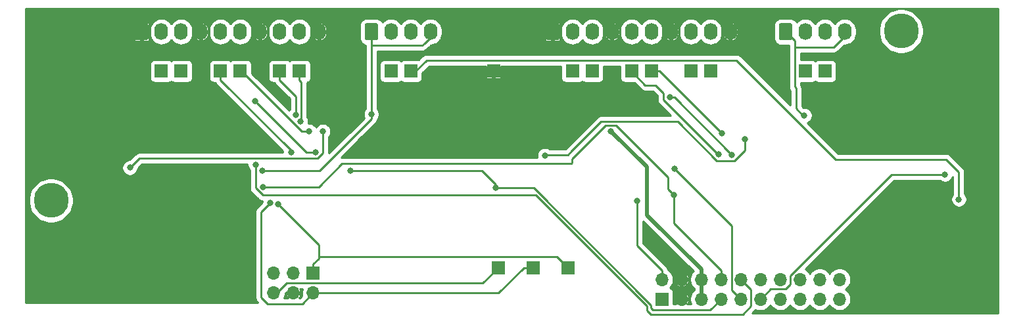
<source format=gbl>
G04 #@! TF.GenerationSoftware,KiCad,Pcbnew,5.1.6-c6e7f7d~86~ubuntu16.04.1*
G04 #@! TF.CreationDate,2020-07-30T20:45:57-03:00*
G04 #@! TF.ProjectId,principal_sm13,7072696e-6369-4706-916c-5f736d31332e,rev?*
G04 #@! TF.SameCoordinates,Original*
G04 #@! TF.FileFunction,Copper,L2,Bot*
G04 #@! TF.FilePolarity,Positive*
%FSLAX46Y46*%
G04 Gerber Fmt 4.6, Leading zero omitted, Abs format (unit mm)*
G04 Created by KiCad (PCBNEW 5.1.6-c6e7f7d~86~ubuntu16.04.1) date 2020-07-30 20:45:57*
%MOMM*%
%LPD*%
G01*
G04 APERTURE LIST*
G04 #@! TA.AperFunction,ComponentPad*
%ADD10R,1.700000X1.700000*%
G04 #@! TD*
G04 #@! TA.AperFunction,ComponentPad*
%ADD11O,1.740000X2.190000*%
G04 #@! TD*
G04 #@! TA.AperFunction,ComponentPad*
%ADD12O,1.700000X1.700000*%
G04 #@! TD*
G04 #@! TA.AperFunction,ComponentPad*
%ADD13C,4.500000*%
G04 #@! TD*
G04 #@! TA.AperFunction,ViaPad*
%ADD14C,0.800000*%
G04 #@! TD*
G04 #@! TA.AperFunction,Conductor*
%ADD15C,0.254000*%
G04 #@! TD*
G04 #@! TA.AperFunction,Conductor*
%ADD16C,0.508000*%
G04 #@! TD*
G04 APERTURE END LIST*
D10*
X208696000Y-108953000D03*
X206156000Y-108953000D03*
X262036000Y-108953000D03*
X259496000Y-108953000D03*
X219376000Y-108965000D03*
X179116000Y-108953000D03*
X176576000Y-108953000D03*
X184196000Y-108953000D03*
X186736000Y-108953000D03*
X194356000Y-108953000D03*
X191816000Y-108953000D03*
X232056000Y-108953000D03*
X229516000Y-108953000D03*
X237136000Y-108953000D03*
X239676000Y-108953000D03*
X247296000Y-108953000D03*
X244756000Y-108953000D03*
X228940000Y-134295000D03*
X224455000Y-134295000D03*
X219970000Y-134295000D03*
D11*
X211236000Y-103865000D03*
X208696000Y-103865000D03*
X206156000Y-103865000D03*
G04 #@! TA.AperFunction,ComponentPad*
G36*
G01*
X202746000Y-104710001D02*
X202746000Y-103019999D01*
G75*
G02*
X202995999Y-102770000I249999J0D01*
G01*
X204236001Y-102770000D01*
G75*
G02*
X204486000Y-103019999I0J-249999D01*
G01*
X204486000Y-104710001D01*
G75*
G02*
X204236001Y-104960000I-249999J0D01*
G01*
X202995999Y-104960000D01*
G75*
G02*
X202746000Y-104710001I0J249999D01*
G01*
G37*
G04 #@! TD.AperFunction*
X264576000Y-103865000D03*
X262036000Y-103865000D03*
X259496000Y-103865000D03*
G04 #@! TA.AperFunction,ComponentPad*
G36*
G01*
X256086000Y-104710001D02*
X256086000Y-103019999D01*
G75*
G02*
X256335999Y-102770000I249999J0D01*
G01*
X257576001Y-102770000D01*
G75*
G02*
X257826000Y-103019999I0J-249999D01*
G01*
X257826000Y-104710001D01*
G75*
G02*
X257576001Y-104960000I-249999J0D01*
G01*
X256335999Y-104960000D01*
G75*
G02*
X256086000Y-104710001I0J249999D01*
G01*
G37*
G04 #@! TD.AperFunction*
X196896000Y-103865000D03*
X194356000Y-103865000D03*
X191816000Y-103865000D03*
X189276000Y-103865000D03*
X186736000Y-103865000D03*
X184196000Y-103865000D03*
X181656000Y-103865000D03*
X179116000Y-103865000D03*
X176576000Y-103865000D03*
G04 #@! TA.AperFunction,ComponentPad*
G36*
G01*
X173166000Y-104710001D02*
X173166000Y-103019999D01*
G75*
G02*
X173415999Y-102770000I249999J0D01*
G01*
X174656001Y-102770000D01*
G75*
G02*
X174906000Y-103019999I0J-249999D01*
G01*
X174906000Y-104710001D01*
G75*
G02*
X174656001Y-104960000I-249999J0D01*
G01*
X173415999Y-104960000D01*
G75*
G02*
X173166000Y-104710001I0J249999D01*
G01*
G37*
G04 #@! TD.AperFunction*
X249836000Y-103865000D03*
X247296000Y-103865000D03*
X244756000Y-103865000D03*
X242216000Y-103865000D03*
X239676000Y-103865000D03*
X237136000Y-103865000D03*
X234596000Y-103865000D03*
X232056000Y-103865000D03*
X229516000Y-103865000D03*
G04 #@! TA.AperFunction,ComponentPad*
G36*
G01*
X226106000Y-104710001D02*
X226106000Y-103019999D01*
G75*
G02*
X226355999Y-102770000I249999J0D01*
G01*
X227596001Y-102770000D01*
G75*
G02*
X227846000Y-103019999I0J-249999D01*
G01*
X227846000Y-104710001D01*
G75*
G02*
X227596001Y-104960000I-249999J0D01*
G01*
X226355999Y-104960000D01*
G75*
G02*
X226106000Y-104710001I0J249999D01*
G01*
G37*
G04 #@! TD.AperFunction*
D12*
X191052000Y-137558000D03*
X191052000Y-135018000D03*
X193592000Y-137558000D03*
X193592000Y-135018000D03*
X196132000Y-137558000D03*
D10*
X196132000Y-135018000D03*
X241040000Y-138360000D03*
D12*
X241040000Y-135820000D03*
X243580000Y-138360000D03*
X243580000Y-135820000D03*
X246120000Y-138360000D03*
X246120000Y-135820000D03*
X248660000Y-138360000D03*
X248660000Y-135820000D03*
X251200000Y-138360000D03*
X251200000Y-135820000D03*
X253740000Y-138360000D03*
X253740000Y-135820000D03*
X256280000Y-138360000D03*
X256280000Y-135820000D03*
X258820000Y-138360000D03*
X258820000Y-135820000D03*
X261360000Y-138360000D03*
X261360000Y-135820000D03*
X263900000Y-138360000D03*
X263900000Y-135820000D03*
D13*
X162366000Y-125640000D03*
X271840000Y-103796000D03*
D14*
X242641600Y-121518500D03*
X189542100Y-121788600D03*
X259380000Y-114670000D03*
X203610000Y-114510000D03*
X237875000Y-125695000D03*
X189630300Y-123900600D03*
X242570200Y-124924200D03*
X191622500Y-126097000D03*
X190602300Y-125936200D03*
X200883800Y-121804500D03*
X219650000Y-124025000D03*
X225975000Y-119825000D03*
X251706900Y-117762000D03*
X242070000Y-112330000D03*
X250041100Y-119723700D03*
X248369500Y-119695800D03*
X248780200Y-116994500D03*
X193871100Y-114597300D03*
X194482800Y-115453500D03*
X195627000Y-116730000D03*
X193267700Y-119424700D03*
X188671600Y-112813900D03*
X196458100Y-119419200D03*
X172528400Y-121406800D03*
X197385500Y-116713700D03*
X188690400Y-120990000D03*
X234477200Y-116674600D03*
X277500000Y-122275000D03*
X279270000Y-125480500D03*
D15*
X243580000Y-135820000D02*
X243580000Y-138360000D01*
X189276000Y-103865000D02*
X189276000Y-103494000D01*
X189276000Y-103494000D02*
X190775000Y-101995000D01*
X195026000Y-101995000D02*
X196896000Y-103865000D01*
X190775000Y-101995000D02*
X195026000Y-101995000D01*
X174036000Y-103865000D02*
X174036000Y-103134000D01*
X174036000Y-103134000D02*
X175195000Y-101975000D01*
X179766000Y-101975000D02*
X181656000Y-103865000D01*
X175195000Y-101975000D02*
X179766000Y-101975000D01*
X226976000Y-103865000D02*
X226976000Y-103334000D01*
X226976000Y-103334000D02*
X228225000Y-102085000D01*
X232816000Y-102085000D02*
X234596000Y-103865000D01*
X228225000Y-102085000D02*
X232816000Y-102085000D01*
X234596000Y-103865000D02*
X234675000Y-103865000D01*
X234675000Y-103865000D02*
X236425000Y-105615000D01*
X240466000Y-105615000D02*
X242216000Y-103865000D01*
X236425000Y-105615000D02*
X240466000Y-105615000D01*
X251200000Y-138360000D02*
X250012900Y-137172900D01*
X250012900Y-137172900D02*
X250012900Y-128889800D01*
X250012900Y-128889800D02*
X242641600Y-121518500D01*
X196958600Y-121788600D02*
X189542100Y-121788600D01*
X241040000Y-135820000D02*
X241040000Y-134639500D01*
X264576000Y-103865000D02*
X264576000Y-104424000D01*
X237875000Y-131474500D02*
X238400250Y-131999750D01*
X237875000Y-125695000D02*
X237875000Y-131474500D01*
X238400250Y-131999750D02*
X238143700Y-131743200D01*
X241040000Y-134639500D02*
X238400250Y-131999750D01*
X258292600Y-113782600D02*
X259180000Y-114670000D01*
X259180000Y-114670000D02*
X259380000Y-114670000D01*
X256956000Y-103865000D02*
X258145500Y-105054500D01*
X258292600Y-111142600D02*
X258292600Y-113782600D01*
X258145500Y-110995500D02*
X258292600Y-111142600D01*
X258145500Y-105054500D02*
X258145500Y-105504500D01*
X258145500Y-105844500D02*
X263155500Y-105844500D01*
X258145500Y-105844500D02*
X258145500Y-110995500D01*
X258145500Y-105504500D02*
X258145500Y-105844500D01*
X263155500Y-105844500D02*
X263880000Y-105120000D01*
X264576000Y-104424000D02*
X263880000Y-105120000D01*
X263880000Y-105120000D02*
X263392600Y-105607400D01*
X203616000Y-103865000D02*
X203616000Y-104436000D01*
X210188200Y-105611800D02*
X203718200Y-105611800D01*
X210473700Y-105326300D02*
X210188200Y-105611800D01*
X210487400Y-105326300D02*
X210473700Y-105326300D01*
X203616000Y-103865000D02*
X203616000Y-105714000D01*
X203718200Y-105611800D02*
X203616000Y-105714000D01*
X211236000Y-103865000D02*
X211236000Y-104577700D01*
X203616000Y-105714000D02*
X203616000Y-114496000D01*
X211236000Y-104577700D02*
X210487400Y-105326300D01*
X203610000Y-115137200D02*
X201668600Y-117078600D01*
X203610000Y-114510000D02*
X203610000Y-115137200D01*
X201668600Y-117078600D02*
X196958600Y-121788600D01*
X248660000Y-135820000D02*
X248660000Y-134639500D01*
X248660000Y-134639500D02*
X242570200Y-128549700D01*
X242570200Y-128549700D02*
X242570200Y-124924200D01*
X189630300Y-123900600D02*
X189630300Y-123900500D01*
X235109700Y-115909700D02*
X241810000Y-122610000D01*
X241810000Y-124164000D02*
X242570200Y-124924200D01*
X189630300Y-123900500D02*
X196832000Y-123900500D01*
X241810000Y-122610000D02*
X241810000Y-124164000D01*
X233806500Y-115909700D02*
X235109700Y-115909700D01*
X229443100Y-120273100D02*
X229443100Y-120786900D01*
X229443100Y-120273100D02*
X233806500Y-115909700D01*
X199872500Y-120860000D02*
X199831250Y-120901250D01*
X229443100Y-120786900D02*
X229370000Y-120860000D01*
X229370000Y-120860000D02*
X199872500Y-120860000D01*
X196832000Y-123900500D02*
X199831250Y-120901250D01*
X196855100Y-133114400D02*
X196132000Y-133837500D01*
X196855100Y-131329600D02*
X191622500Y-126097000D01*
X196132000Y-135018000D02*
X196132000Y-133837500D01*
X227520100Y-132875100D02*
X228940000Y-134295000D01*
X196855100Y-132875100D02*
X227520100Y-132875100D01*
X196855100Y-133114400D02*
X196855100Y-132875100D01*
X196855100Y-132875100D02*
X196855100Y-131329600D01*
X223274500Y-134295000D02*
X220011500Y-137558000D01*
X220011500Y-137558000D02*
X196132000Y-137558000D01*
X224455000Y-134295000D02*
X223274500Y-134295000D01*
X189400000Y-138110000D02*
X190250000Y-138960000D01*
X194730000Y-138960000D02*
X196132000Y-137558000D01*
X189400000Y-127138500D02*
X189400000Y-138110000D01*
X190250000Y-138960000D02*
X194730000Y-138960000D01*
X190602300Y-125936200D02*
X189400000Y-127138500D01*
X191472000Y-137558000D02*
X192652500Y-136377500D01*
X191052000Y-137558000D02*
X191472000Y-137558000D01*
X192652500Y-136377500D02*
X192652500Y-136367500D01*
X192652500Y-136367500D02*
X192720000Y-136300000D01*
X217965000Y-136300000D02*
X219970000Y-134295000D01*
X192720000Y-136300000D02*
X217965000Y-136300000D01*
X200883800Y-121804500D02*
X217865000Y-121804500D01*
X219650000Y-123589500D02*
X219617750Y-123557250D01*
X219650000Y-124025000D02*
X219650000Y-123589500D01*
X217865000Y-121804500D02*
X219617750Y-123557250D01*
X219667900Y-124007100D02*
X219650000Y-124025000D01*
X224509400Y-124007100D02*
X219667900Y-124007100D01*
X239616150Y-139113850D02*
X224509400Y-124007100D01*
X239616150Y-139486150D02*
X239616150Y-139113850D01*
X248660000Y-138360000D02*
X247255000Y-139765000D01*
X247255000Y-139765000D02*
X239895000Y-139765000D01*
X239895000Y-139765000D02*
X239616150Y-139486150D01*
X251706900Y-117762000D02*
X251706900Y-119170200D01*
X251706900Y-119170200D02*
X250373600Y-120503500D01*
X250373600Y-120503500D02*
X248110500Y-120503500D01*
X248110500Y-120503500D02*
X243059100Y-115452100D01*
X243059100Y-115452100D02*
X233214700Y-115452100D01*
X233214700Y-115452100D02*
X229384400Y-119282400D01*
X229384400Y-119282400D02*
X229384400Y-119290600D01*
X229384400Y-119290600D02*
X228925000Y-119750000D01*
X226050000Y-119750000D02*
X225975000Y-119825000D01*
X228925000Y-119750000D02*
X226050000Y-119750000D01*
X242639600Y-112322200D02*
X250041100Y-119723700D01*
X242631800Y-112330000D02*
X242639600Y-112322200D01*
X242070000Y-112330000D02*
X242631800Y-112330000D01*
X241190950Y-112639050D02*
X248247700Y-119695800D01*
X241190950Y-111780950D02*
X241190950Y-112639050D01*
X237136000Y-108953000D02*
X237136000Y-109006000D01*
X237136000Y-109006000D02*
X238889050Y-110759050D01*
X238889050Y-110759050D02*
X240169050Y-110759050D01*
X248247700Y-119695800D02*
X248369500Y-119695800D01*
X240169050Y-110759050D02*
X241190950Y-111780950D01*
X240738700Y-108953000D02*
X242202850Y-110417150D01*
X239676000Y-108953000D02*
X240738700Y-108953000D01*
X242202850Y-110417150D02*
X248780200Y-116994500D01*
X191816000Y-110133500D02*
X193871100Y-112188600D01*
X193871100Y-112188600D02*
X193871100Y-114597300D01*
X191816000Y-108953000D02*
X191816000Y-110133500D01*
X194356000Y-108953000D02*
X194356000Y-110133500D01*
X194356000Y-110133500D02*
X194608400Y-110385900D01*
X194608400Y-110385900D02*
X194608400Y-115327900D01*
X194608400Y-115327900D02*
X194482800Y-115453500D01*
X186875200Y-108953000D02*
X194652200Y-116730000D01*
X194652200Y-116730000D02*
X195627000Y-116730000D01*
X186736000Y-108953000D02*
X186875200Y-108953000D01*
X184196000Y-108953000D02*
X184196000Y-110133500D01*
X184196000Y-110133500D02*
X193267700Y-119205200D01*
X193267700Y-119205200D02*
X193267700Y-119424700D01*
X188671600Y-112813900D02*
X195276900Y-119419200D01*
X195276900Y-119419200D02*
X196458100Y-119419200D01*
X197385500Y-116713700D02*
X197385500Y-119525900D01*
X197385500Y-119525900D02*
X196720100Y-120191300D01*
X196720100Y-120191300D02*
X173743900Y-120191300D01*
X173743900Y-120191300D02*
X172528400Y-121406800D01*
X188690400Y-124017800D02*
X188690400Y-120990000D01*
X224805500Y-124950300D02*
X189622900Y-124950300D01*
X189622900Y-124950300D02*
X188690400Y-124017800D01*
X239072600Y-139217400D02*
X224805500Y-124950300D01*
X239072600Y-139812600D02*
X239072600Y-139217400D01*
X239575000Y-140315000D02*
X239072600Y-139812600D01*
X251200000Y-135820000D02*
X252475000Y-137095000D01*
X252475000Y-137095000D02*
X252475000Y-139275000D01*
X252475000Y-139275000D02*
X251435000Y-140315000D01*
X251435000Y-140315000D02*
X239575000Y-140315000D01*
D16*
X246120000Y-134512500D02*
X239121300Y-127513800D01*
X239121300Y-127513800D02*
X239121300Y-121318700D01*
X239121300Y-121318700D02*
X234477200Y-116674600D01*
X246120000Y-135820000D02*
X246120000Y-134512500D01*
X246120000Y-138360000D02*
X246120000Y-135820000D01*
D15*
X257550000Y-136450000D02*
X257550000Y-135345400D01*
X255048450Y-137051550D02*
X256948450Y-137051550D01*
X253740000Y-138360000D02*
X255048450Y-137051550D01*
X256948450Y-137051550D02*
X257550000Y-136450000D01*
X270620400Y-122275000D02*
X270035200Y-122860200D01*
X277500000Y-122275000D02*
X270620400Y-122275000D01*
X257550000Y-135345400D02*
X270035200Y-122860200D01*
X208696000Y-108953000D02*
X209357000Y-108953000D01*
X279270000Y-121963200D02*
X279270000Y-125480500D01*
X277634300Y-120327500D02*
X279270000Y-121963200D01*
X263424600Y-120327500D02*
X277634300Y-120327500D01*
X208696000Y-108953000D02*
X209307000Y-108953000D01*
X210730000Y-107530000D02*
X250627100Y-107530000D01*
X209307000Y-108953000D02*
X210730000Y-107530000D01*
X250627100Y-107530000D02*
X263424600Y-120327500D01*
G36*
X284291000Y-140180001D02*
G01*
X252647630Y-140180001D01*
X252987351Y-139840279D01*
X253016422Y-139816422D01*
X253107549Y-139705383D01*
X253306842Y-139787932D01*
X253593740Y-139845000D01*
X253886260Y-139845000D01*
X254173158Y-139787932D01*
X254443411Y-139675990D01*
X254686632Y-139513475D01*
X254893475Y-139306632D01*
X255010000Y-139132240D01*
X255126525Y-139306632D01*
X255333368Y-139513475D01*
X255576589Y-139675990D01*
X255846842Y-139787932D01*
X256133740Y-139845000D01*
X256426260Y-139845000D01*
X256713158Y-139787932D01*
X256983411Y-139675990D01*
X257226632Y-139513475D01*
X257433475Y-139306632D01*
X257550000Y-139132240D01*
X257666525Y-139306632D01*
X257873368Y-139513475D01*
X258116589Y-139675990D01*
X258386842Y-139787932D01*
X258673740Y-139845000D01*
X258966260Y-139845000D01*
X259253158Y-139787932D01*
X259523411Y-139675990D01*
X259766632Y-139513475D01*
X259973475Y-139306632D01*
X260090000Y-139132240D01*
X260206525Y-139306632D01*
X260413368Y-139513475D01*
X260656589Y-139675990D01*
X260926842Y-139787932D01*
X261213740Y-139845000D01*
X261506260Y-139845000D01*
X261793158Y-139787932D01*
X262063411Y-139675990D01*
X262306632Y-139513475D01*
X262513475Y-139306632D01*
X262630000Y-139132240D01*
X262746525Y-139306632D01*
X262953368Y-139513475D01*
X263196589Y-139675990D01*
X263466842Y-139787932D01*
X263753740Y-139845000D01*
X264046260Y-139845000D01*
X264333158Y-139787932D01*
X264603411Y-139675990D01*
X264846632Y-139513475D01*
X265053475Y-139306632D01*
X265215990Y-139063411D01*
X265327932Y-138793158D01*
X265385000Y-138506260D01*
X265385000Y-138213740D01*
X265327932Y-137926842D01*
X265215990Y-137656589D01*
X265053475Y-137413368D01*
X264846632Y-137206525D01*
X264672240Y-137090000D01*
X264846632Y-136973475D01*
X265053475Y-136766632D01*
X265215990Y-136523411D01*
X265327932Y-136253158D01*
X265385000Y-135966260D01*
X265385000Y-135673740D01*
X265327932Y-135386842D01*
X265215990Y-135116589D01*
X265053475Y-134873368D01*
X264846632Y-134666525D01*
X264603411Y-134504010D01*
X264333158Y-134392068D01*
X264046260Y-134335000D01*
X263753740Y-134335000D01*
X263466842Y-134392068D01*
X263196589Y-134504010D01*
X262953368Y-134666525D01*
X262746525Y-134873368D01*
X262630000Y-135047760D01*
X262513475Y-134873368D01*
X262306632Y-134666525D01*
X262063411Y-134504010D01*
X261793158Y-134392068D01*
X261506260Y-134335000D01*
X261213740Y-134335000D01*
X260926842Y-134392068D01*
X260656589Y-134504010D01*
X260413368Y-134666525D01*
X260206525Y-134873368D01*
X260090000Y-135047760D01*
X259973475Y-134873368D01*
X259766632Y-134666525D01*
X259523411Y-134504010D01*
X259484951Y-134488079D01*
X270600479Y-123372552D01*
X270600483Y-123372547D01*
X270936031Y-123037000D01*
X276798289Y-123037000D01*
X276840226Y-123078937D01*
X277009744Y-123192205D01*
X277198102Y-123270226D01*
X277398061Y-123310000D01*
X277601939Y-123310000D01*
X277801898Y-123270226D01*
X277990256Y-123192205D01*
X278159774Y-123078937D01*
X278303937Y-122934774D01*
X278417205Y-122765256D01*
X278495226Y-122576898D01*
X278508000Y-122512677D01*
X278508001Y-124778788D01*
X278466063Y-124820726D01*
X278352795Y-124990244D01*
X278274774Y-125178602D01*
X278235000Y-125378561D01*
X278235000Y-125582439D01*
X278274774Y-125782398D01*
X278352795Y-125970756D01*
X278466063Y-126140274D01*
X278610226Y-126284437D01*
X278779744Y-126397705D01*
X278968102Y-126475726D01*
X279168061Y-126515500D01*
X279371939Y-126515500D01*
X279571898Y-126475726D01*
X279760256Y-126397705D01*
X279929774Y-126284437D01*
X280073937Y-126140274D01*
X280187205Y-125970756D01*
X280265226Y-125782398D01*
X280305000Y-125582439D01*
X280305000Y-125378561D01*
X280265226Y-125178602D01*
X280187205Y-124990244D01*
X280073937Y-124820726D01*
X280032000Y-124778789D01*
X280032000Y-122000622D01*
X280035686Y-121963199D01*
X280030171Y-121907205D01*
X280020974Y-121813822D01*
X279977402Y-121670185D01*
X279906645Y-121537808D01*
X279811422Y-121421778D01*
X279782353Y-121397922D01*
X278199584Y-119815154D01*
X278175722Y-119786078D01*
X278059692Y-119690855D01*
X277927315Y-119620098D01*
X277783678Y-119576526D01*
X277671726Y-119565500D01*
X277671723Y-119565500D01*
X277634300Y-119561814D01*
X277596877Y-119565500D01*
X263740231Y-119565500D01*
X259793662Y-115618931D01*
X259870256Y-115587205D01*
X260039774Y-115473937D01*
X260183937Y-115329774D01*
X260297205Y-115160256D01*
X260375226Y-114971898D01*
X260415000Y-114771939D01*
X260415000Y-114568061D01*
X260375226Y-114368102D01*
X260297205Y-114179744D01*
X260183937Y-114010226D01*
X260039774Y-113866063D01*
X259870256Y-113752795D01*
X259681898Y-113674774D01*
X259481939Y-113635000D01*
X259278061Y-113635000D01*
X259231827Y-113644196D01*
X259054600Y-113466970D01*
X259054600Y-111180023D01*
X259058286Y-111142600D01*
X259054600Y-111105174D01*
X259043574Y-110993222D01*
X259000002Y-110849585D01*
X258929245Y-110717208D01*
X258907500Y-110690712D01*
X258907500Y-110441072D01*
X260346000Y-110441072D01*
X260470482Y-110428812D01*
X260590180Y-110392502D01*
X260700494Y-110333537D01*
X260766000Y-110279778D01*
X260831506Y-110333537D01*
X260941820Y-110392502D01*
X261061518Y-110428812D01*
X261186000Y-110441072D01*
X262886000Y-110441072D01*
X263010482Y-110428812D01*
X263130180Y-110392502D01*
X263240494Y-110333537D01*
X263337185Y-110254185D01*
X263416537Y-110157494D01*
X263475502Y-110047180D01*
X263511812Y-109927482D01*
X263524072Y-109803000D01*
X263524072Y-108103000D01*
X263511812Y-107978518D01*
X263475502Y-107858820D01*
X263416537Y-107748506D01*
X263337185Y-107651815D01*
X263240494Y-107572463D01*
X263130180Y-107513498D01*
X263010482Y-107477188D01*
X262886000Y-107464928D01*
X261186000Y-107464928D01*
X261061518Y-107477188D01*
X260941820Y-107513498D01*
X260831506Y-107572463D01*
X260766000Y-107626222D01*
X260700494Y-107572463D01*
X260590180Y-107513498D01*
X260470482Y-107477188D01*
X260346000Y-107464928D01*
X258907500Y-107464928D01*
X258907500Y-106606500D01*
X263118077Y-106606500D01*
X263155500Y-106610186D01*
X263192923Y-106606500D01*
X263192926Y-106606500D01*
X263304878Y-106595474D01*
X263448515Y-106551902D01*
X263580892Y-106481145D01*
X263696922Y-106385922D01*
X263720784Y-106356846D01*
X264484373Y-105593257D01*
X264576000Y-105602282D01*
X264871032Y-105573224D01*
X265154725Y-105487166D01*
X265416179Y-105347417D01*
X265645345Y-105159345D01*
X265833417Y-104930179D01*
X265973166Y-104668724D01*
X266059224Y-104385031D01*
X266081000Y-104163935D01*
X266081000Y-103566064D01*
X266075661Y-103511852D01*
X268955000Y-103511852D01*
X268955000Y-104080148D01*
X269065869Y-104637523D01*
X269283346Y-105162560D01*
X269599074Y-105635080D01*
X270000920Y-106036926D01*
X270473440Y-106352654D01*
X270998477Y-106570131D01*
X271555852Y-106681000D01*
X272124148Y-106681000D01*
X272681523Y-106570131D01*
X273206560Y-106352654D01*
X273679080Y-106036926D01*
X274080926Y-105635080D01*
X274396654Y-105162560D01*
X274614131Y-104637523D01*
X274725000Y-104080148D01*
X274725000Y-103511852D01*
X274614131Y-102954477D01*
X274396654Y-102429440D01*
X274080926Y-101956920D01*
X273679080Y-101555074D01*
X273206560Y-101239346D01*
X272681523Y-101021869D01*
X272124148Y-100911000D01*
X271555852Y-100911000D01*
X270998477Y-101021869D01*
X270473440Y-101239346D01*
X270000920Y-101555074D01*
X269599074Y-101956920D01*
X269283346Y-102429440D01*
X269065869Y-102954477D01*
X268955000Y-103511852D01*
X266075661Y-103511852D01*
X266059224Y-103344968D01*
X265973166Y-103061275D01*
X265833417Y-102799821D01*
X265645345Y-102570655D01*
X265416178Y-102382583D01*
X265154724Y-102242834D01*
X264871031Y-102156776D01*
X264576000Y-102127718D01*
X264280968Y-102156776D01*
X263997275Y-102242834D01*
X263735821Y-102382583D01*
X263506655Y-102570655D01*
X263318583Y-102799822D01*
X263306000Y-102823363D01*
X263293417Y-102799821D01*
X263105345Y-102570655D01*
X262876178Y-102382583D01*
X262614724Y-102242834D01*
X262331031Y-102156776D01*
X262036000Y-102127718D01*
X261740968Y-102156776D01*
X261457275Y-102242834D01*
X261195821Y-102382583D01*
X260966655Y-102570655D01*
X260778583Y-102799822D01*
X260766000Y-102823363D01*
X260753417Y-102799821D01*
X260565345Y-102570655D01*
X260336178Y-102382583D01*
X260074724Y-102242834D01*
X259791031Y-102156776D01*
X259496000Y-102127718D01*
X259200968Y-102156776D01*
X258917275Y-102242834D01*
X258655821Y-102382583D01*
X258426655Y-102570655D01*
X258372935Y-102636114D01*
X258314405Y-102526613D01*
X258203962Y-102392038D01*
X258069387Y-102281595D01*
X257915851Y-102199528D01*
X257749255Y-102148992D01*
X257576001Y-102131928D01*
X256335999Y-102131928D01*
X256162745Y-102148992D01*
X255996149Y-102199528D01*
X255842613Y-102281595D01*
X255708038Y-102392038D01*
X255597595Y-102526613D01*
X255515528Y-102680149D01*
X255464992Y-102846745D01*
X255447928Y-103019999D01*
X255447928Y-104710001D01*
X255464992Y-104883255D01*
X255515528Y-105049851D01*
X255597595Y-105203387D01*
X255708038Y-105337962D01*
X255842613Y-105448405D01*
X255996149Y-105530472D01*
X256162745Y-105581008D01*
X256335999Y-105598072D01*
X257383500Y-105598072D01*
X257383500Y-105807074D01*
X257379814Y-105844500D01*
X257383500Y-105881925D01*
X257383501Y-110958067D01*
X257379814Y-110995500D01*
X257394527Y-111144878D01*
X257438099Y-111288515D01*
X257508855Y-111420892D01*
X257530600Y-111447388D01*
X257530601Y-113355870D01*
X251192384Y-107017654D01*
X251168522Y-106988578D01*
X251052492Y-106893355D01*
X250920115Y-106822598D01*
X250776478Y-106779026D01*
X250664526Y-106768000D01*
X250664523Y-106768000D01*
X250627100Y-106764314D01*
X250589677Y-106768000D01*
X210767423Y-106768000D01*
X210730000Y-106764314D01*
X210692577Y-106768000D01*
X210692574Y-106768000D01*
X210580622Y-106779026D01*
X210436985Y-106822598D01*
X210375364Y-106855535D01*
X210304607Y-106893355D01*
X210221904Y-106961228D01*
X210188578Y-106988578D01*
X210164721Y-107017648D01*
X209697105Y-107485264D01*
X209670482Y-107477188D01*
X209546000Y-107464928D01*
X207846000Y-107464928D01*
X207721518Y-107477188D01*
X207601820Y-107513498D01*
X207491506Y-107572463D01*
X207426000Y-107626222D01*
X207360494Y-107572463D01*
X207250180Y-107513498D01*
X207130482Y-107477188D01*
X207006000Y-107464928D01*
X205306000Y-107464928D01*
X205181518Y-107477188D01*
X205061820Y-107513498D01*
X204951506Y-107572463D01*
X204854815Y-107651815D01*
X204775463Y-107748506D01*
X204716498Y-107858820D01*
X204680188Y-107978518D01*
X204667928Y-108103000D01*
X204667928Y-109803000D01*
X204680188Y-109927482D01*
X204716498Y-110047180D01*
X204775463Y-110157494D01*
X204854815Y-110254185D01*
X204951506Y-110333537D01*
X205061820Y-110392502D01*
X205181518Y-110428812D01*
X205306000Y-110441072D01*
X207006000Y-110441072D01*
X207130482Y-110428812D01*
X207250180Y-110392502D01*
X207360494Y-110333537D01*
X207426000Y-110279778D01*
X207491506Y-110333537D01*
X207601820Y-110392502D01*
X207721518Y-110428812D01*
X207846000Y-110441072D01*
X209546000Y-110441072D01*
X209670482Y-110428812D01*
X209790180Y-110392502D01*
X209900494Y-110333537D01*
X209997185Y-110254185D01*
X210076537Y-110157494D01*
X210135502Y-110047180D01*
X210171812Y-109927482D01*
X210182890Y-109815000D01*
X218398386Y-109815000D01*
X218400838Y-109839896D01*
X218408100Y-109863836D01*
X218419893Y-109885899D01*
X218435763Y-109905237D01*
X218455101Y-109921107D01*
X218477164Y-109932900D01*
X218501104Y-109940162D01*
X218526000Y-109942614D01*
X219217250Y-109942000D01*
X219249000Y-109910250D01*
X219249000Y-109092000D01*
X219503000Y-109092000D01*
X219503000Y-109910250D01*
X219534750Y-109942000D01*
X220226000Y-109942614D01*
X220250896Y-109940162D01*
X220274836Y-109932900D01*
X220296899Y-109921107D01*
X220316237Y-109905237D01*
X220332107Y-109885899D01*
X220343900Y-109863836D01*
X220351162Y-109839896D01*
X220353614Y-109815000D01*
X220353000Y-109123750D01*
X220321250Y-109092000D01*
X219503000Y-109092000D01*
X219249000Y-109092000D01*
X218430750Y-109092000D01*
X218399000Y-109123750D01*
X218398386Y-109815000D01*
X210182890Y-109815000D01*
X210184072Y-109803000D01*
X210184072Y-109153558D01*
X211045631Y-108292000D01*
X218398543Y-108292000D01*
X218399000Y-108806250D01*
X218430750Y-108838000D01*
X219249000Y-108838000D01*
X219249000Y-108818000D01*
X219503000Y-108818000D01*
X219503000Y-108838000D01*
X220321250Y-108838000D01*
X220353000Y-108806250D01*
X220353457Y-108292000D01*
X228027928Y-108292000D01*
X228027928Y-109803000D01*
X228040188Y-109927482D01*
X228076498Y-110047180D01*
X228135463Y-110157494D01*
X228214815Y-110254185D01*
X228311506Y-110333537D01*
X228421820Y-110392502D01*
X228541518Y-110428812D01*
X228666000Y-110441072D01*
X230366000Y-110441072D01*
X230490482Y-110428812D01*
X230610180Y-110392502D01*
X230720494Y-110333537D01*
X230786000Y-110279778D01*
X230851506Y-110333537D01*
X230961820Y-110392502D01*
X231081518Y-110428812D01*
X231206000Y-110441072D01*
X232906000Y-110441072D01*
X233030482Y-110428812D01*
X233150180Y-110392502D01*
X233260494Y-110333537D01*
X233357185Y-110254185D01*
X233436537Y-110157494D01*
X233495502Y-110047180D01*
X233531812Y-109927482D01*
X233544072Y-109803000D01*
X233544072Y-108292000D01*
X235647928Y-108292000D01*
X235647928Y-109803000D01*
X235660188Y-109927482D01*
X235696498Y-110047180D01*
X235755463Y-110157494D01*
X235834815Y-110254185D01*
X235931506Y-110333537D01*
X236041820Y-110392502D01*
X236161518Y-110428812D01*
X236286000Y-110441072D01*
X237493441Y-110441072D01*
X238323770Y-111271401D01*
X238347628Y-111300472D01*
X238463658Y-111395695D01*
X238596035Y-111466452D01*
X238739672Y-111510024D01*
X238851624Y-111521050D01*
X238851626Y-111521050D01*
X238889049Y-111524736D01*
X238926472Y-111521050D01*
X239853420Y-111521050D01*
X240428950Y-112096581D01*
X240428950Y-112601627D01*
X240425264Y-112639050D01*
X240439977Y-112788428D01*
X240483549Y-112932065D01*
X240554305Y-113064442D01*
X240611339Y-113133937D01*
X240649529Y-113180472D01*
X240678599Y-113204329D01*
X242164370Y-114690100D01*
X233252122Y-114690100D01*
X233214699Y-114686414D01*
X233177276Y-114690100D01*
X233177274Y-114690100D01*
X233065322Y-114701126D01*
X232921685Y-114744698D01*
X232789308Y-114815455D01*
X232673278Y-114910678D01*
X232649421Y-114939748D01*
X228872054Y-118717116D01*
X228842978Y-118740978D01*
X228797003Y-118797000D01*
X228781587Y-118815783D01*
X228609370Y-118988000D01*
X226585292Y-118988000D01*
X226465256Y-118907795D01*
X226276898Y-118829774D01*
X226076939Y-118790000D01*
X225873061Y-118790000D01*
X225673102Y-118829774D01*
X225484744Y-118907795D01*
X225315226Y-119021063D01*
X225171063Y-119165226D01*
X225057795Y-119334744D01*
X224979774Y-119523102D01*
X224940000Y-119723061D01*
X224940000Y-119926939D01*
X224974026Y-120098000D01*
X199909922Y-120098000D01*
X199872499Y-120094314D01*
X199835076Y-120098000D01*
X199835074Y-120098000D01*
X199723122Y-120109026D01*
X199712618Y-120112212D01*
X202233879Y-117590952D01*
X202233883Y-117590947D01*
X204122352Y-115702479D01*
X204151422Y-115678622D01*
X204246645Y-115562592D01*
X204317402Y-115430215D01*
X204360974Y-115286578D01*
X204367949Y-115215762D01*
X204413937Y-115169774D01*
X204527205Y-115000256D01*
X204605226Y-114811898D01*
X204645000Y-114611939D01*
X204645000Y-114408061D01*
X204605226Y-114208102D01*
X204527205Y-114019744D01*
X204413937Y-113850226D01*
X204378000Y-113814289D01*
X204378000Y-106373800D01*
X210150777Y-106373800D01*
X210188200Y-106377486D01*
X210225623Y-106373800D01*
X210225626Y-106373800D01*
X210337578Y-106362774D01*
X210481215Y-106319202D01*
X210613592Y-106248445D01*
X210729622Y-106153222D01*
X210753484Y-106124146D01*
X210923348Y-105954282D01*
X211028822Y-105867722D01*
X211052684Y-105838647D01*
X211294844Y-105596486D01*
X211531032Y-105573224D01*
X211814725Y-105487166D01*
X212076179Y-105347417D01*
X212305345Y-105159345D01*
X212468943Y-104960000D01*
X225978386Y-104960000D01*
X225980838Y-104984896D01*
X225988100Y-105008836D01*
X225999893Y-105030899D01*
X226015763Y-105050237D01*
X226035101Y-105066107D01*
X226057164Y-105077900D01*
X226081104Y-105085162D01*
X226106000Y-105087614D01*
X226817250Y-105087000D01*
X226849000Y-105055250D01*
X226849000Y-103992000D01*
X227103000Y-103992000D01*
X227103000Y-105055250D01*
X227134750Y-105087000D01*
X227846000Y-105087614D01*
X227870896Y-105085162D01*
X227894836Y-105077900D01*
X227916899Y-105066107D01*
X227936237Y-105050237D01*
X227952107Y-105030899D01*
X227963900Y-105008836D01*
X227971162Y-104984896D01*
X227973614Y-104960000D01*
X227973000Y-104023750D01*
X227941250Y-103992000D01*
X227103000Y-103992000D01*
X226849000Y-103992000D01*
X226010750Y-103992000D01*
X225979000Y-104023750D01*
X225978386Y-104960000D01*
X212468943Y-104960000D01*
X212493417Y-104930179D01*
X212633166Y-104668724D01*
X212719224Y-104385031D01*
X212741000Y-104163935D01*
X212741000Y-103566064D01*
X212719224Y-103344968D01*
X212633166Y-103061275D01*
X212493417Y-102799821D01*
X212468944Y-102770000D01*
X225978386Y-102770000D01*
X225979000Y-103706250D01*
X226010750Y-103738000D01*
X226849000Y-103738000D01*
X226849000Y-102674750D01*
X227103000Y-102674750D01*
X227103000Y-103738000D01*
X227941250Y-103738000D01*
X227973000Y-103706250D01*
X227973091Y-103566065D01*
X228011000Y-103566065D01*
X228011000Y-104163936D01*
X228032776Y-104385032D01*
X228118834Y-104668725D01*
X228258583Y-104930179D01*
X228446655Y-105159345D01*
X228675822Y-105347417D01*
X228937276Y-105487166D01*
X229220969Y-105573224D01*
X229516000Y-105602282D01*
X229811032Y-105573224D01*
X230094725Y-105487166D01*
X230356179Y-105347417D01*
X230585345Y-105159345D01*
X230773417Y-104930179D01*
X230786000Y-104906638D01*
X230798583Y-104930179D01*
X230986655Y-105159345D01*
X231215822Y-105347417D01*
X231477276Y-105487166D01*
X231760969Y-105573224D01*
X232056000Y-105602282D01*
X232351032Y-105573224D01*
X232634725Y-105487166D01*
X232896179Y-105347417D01*
X233125345Y-105159345D01*
X233313417Y-104930179D01*
X233453166Y-104668724D01*
X233539224Y-104385031D01*
X233561000Y-104163935D01*
X233561000Y-104150144D01*
X233589804Y-104150144D01*
X233620871Y-104345287D01*
X233689412Y-104530620D01*
X233792793Y-104699020D01*
X233927040Y-104844016D01*
X234086995Y-104960035D01*
X234266511Y-105042619D01*
X234315869Y-105046836D01*
X234469000Y-105046859D01*
X234469000Y-103992000D01*
X234723000Y-103992000D01*
X234723000Y-105046859D01*
X234876131Y-105046836D01*
X234925489Y-105042619D01*
X235105005Y-104960035D01*
X235264960Y-104844016D01*
X235399207Y-104699020D01*
X235502588Y-104530620D01*
X235571129Y-104345287D01*
X235602196Y-104150144D01*
X235567467Y-103992000D01*
X234723000Y-103992000D01*
X234469000Y-103992000D01*
X233624533Y-103992000D01*
X233589804Y-104150144D01*
X233561000Y-104150144D01*
X233561000Y-103579856D01*
X233589804Y-103579856D01*
X233624533Y-103738000D01*
X234469000Y-103738000D01*
X234723000Y-103738000D01*
X235567467Y-103738000D01*
X235602196Y-103579856D01*
X235600001Y-103566065D01*
X235631000Y-103566065D01*
X235631000Y-104163936D01*
X235652776Y-104385032D01*
X235738834Y-104668725D01*
X235878583Y-104930179D01*
X236066655Y-105159345D01*
X236295822Y-105347417D01*
X236557276Y-105487166D01*
X236840969Y-105573224D01*
X237136000Y-105602282D01*
X237431032Y-105573224D01*
X237714725Y-105487166D01*
X237976179Y-105347417D01*
X238205345Y-105159345D01*
X238393417Y-104930179D01*
X238406000Y-104906638D01*
X238418583Y-104930179D01*
X238606655Y-105159345D01*
X238835822Y-105347417D01*
X239097276Y-105487166D01*
X239380969Y-105573224D01*
X239676000Y-105602282D01*
X239971032Y-105573224D01*
X240254725Y-105487166D01*
X240516179Y-105347417D01*
X240745345Y-105159345D01*
X240933417Y-104930179D01*
X241073166Y-104668724D01*
X241159224Y-104385031D01*
X241181000Y-104163935D01*
X241181000Y-104150144D01*
X241209804Y-104150144D01*
X241240871Y-104345287D01*
X241309412Y-104530620D01*
X241412793Y-104699020D01*
X241547040Y-104844016D01*
X241706995Y-104960035D01*
X241886511Y-105042619D01*
X241935869Y-105046836D01*
X242089000Y-105046859D01*
X242089000Y-103992000D01*
X242343000Y-103992000D01*
X242343000Y-105046859D01*
X242496131Y-105046836D01*
X242545489Y-105042619D01*
X242725005Y-104960035D01*
X242884960Y-104844016D01*
X243019207Y-104699020D01*
X243122588Y-104530620D01*
X243191129Y-104345287D01*
X243222196Y-104150144D01*
X243187467Y-103992000D01*
X242343000Y-103992000D01*
X242089000Y-103992000D01*
X241244533Y-103992000D01*
X241209804Y-104150144D01*
X241181000Y-104150144D01*
X241181000Y-103579856D01*
X241209804Y-103579856D01*
X241244533Y-103738000D01*
X242089000Y-103738000D01*
X242343000Y-103738000D01*
X243187467Y-103738000D01*
X243222196Y-103579856D01*
X243220001Y-103566065D01*
X243251000Y-103566065D01*
X243251000Y-104163936D01*
X243272776Y-104385032D01*
X243358834Y-104668725D01*
X243498583Y-104930179D01*
X243686655Y-105159345D01*
X243915822Y-105347417D01*
X244177276Y-105487166D01*
X244460969Y-105573224D01*
X244756000Y-105602282D01*
X245051032Y-105573224D01*
X245334725Y-105487166D01*
X245596179Y-105347417D01*
X245825345Y-105159345D01*
X246013417Y-104930179D01*
X246026000Y-104906638D01*
X246038583Y-104930179D01*
X246226655Y-105159345D01*
X246455822Y-105347417D01*
X246717276Y-105487166D01*
X247000969Y-105573224D01*
X247296000Y-105602282D01*
X247591032Y-105573224D01*
X247874725Y-105487166D01*
X248136179Y-105347417D01*
X248365345Y-105159345D01*
X248553417Y-104930179D01*
X248693166Y-104668724D01*
X248779224Y-104385031D01*
X248801000Y-104163935D01*
X248801000Y-104150144D01*
X248829804Y-104150144D01*
X248860871Y-104345287D01*
X248929412Y-104530620D01*
X249032793Y-104699020D01*
X249167040Y-104844016D01*
X249326995Y-104960035D01*
X249506511Y-105042619D01*
X249555869Y-105046836D01*
X249709000Y-105046859D01*
X249709000Y-103992000D01*
X249963000Y-103992000D01*
X249963000Y-105046859D01*
X250116131Y-105046836D01*
X250165489Y-105042619D01*
X250345005Y-104960035D01*
X250504960Y-104844016D01*
X250639207Y-104699020D01*
X250742588Y-104530620D01*
X250811129Y-104345287D01*
X250842196Y-104150144D01*
X250807467Y-103992000D01*
X249963000Y-103992000D01*
X249709000Y-103992000D01*
X248864533Y-103992000D01*
X248829804Y-104150144D01*
X248801000Y-104150144D01*
X248801000Y-103579856D01*
X248829804Y-103579856D01*
X248864533Y-103738000D01*
X249709000Y-103738000D01*
X249963000Y-103738000D01*
X250807467Y-103738000D01*
X250842196Y-103579856D01*
X250811129Y-103384713D01*
X250742588Y-103199380D01*
X250639207Y-103030980D01*
X250504960Y-102885984D01*
X250345005Y-102769965D01*
X250165489Y-102687381D01*
X250116131Y-102683164D01*
X249963000Y-102683141D01*
X249963000Y-103738000D01*
X249709000Y-103738000D01*
X249709000Y-102683141D01*
X249555869Y-102683164D01*
X249506511Y-102687381D01*
X249326995Y-102769965D01*
X249167040Y-102885984D01*
X249032793Y-103030980D01*
X248929412Y-103199380D01*
X248860871Y-103384713D01*
X248829804Y-103579856D01*
X248801000Y-103579856D01*
X248801000Y-103566064D01*
X248779224Y-103344968D01*
X248693166Y-103061275D01*
X248553417Y-102799821D01*
X248365345Y-102570655D01*
X248136178Y-102382583D01*
X247874724Y-102242834D01*
X247591031Y-102156776D01*
X247296000Y-102127718D01*
X247000968Y-102156776D01*
X246717275Y-102242834D01*
X246455821Y-102382583D01*
X246226655Y-102570655D01*
X246038583Y-102799822D01*
X246026000Y-102823363D01*
X246013417Y-102799821D01*
X245825345Y-102570655D01*
X245596178Y-102382583D01*
X245334724Y-102242834D01*
X245051031Y-102156776D01*
X244756000Y-102127718D01*
X244460968Y-102156776D01*
X244177275Y-102242834D01*
X243915821Y-102382583D01*
X243686655Y-102570655D01*
X243498583Y-102799822D01*
X243358834Y-103061276D01*
X243272776Y-103344969D01*
X243251000Y-103566065D01*
X243220001Y-103566065D01*
X243191129Y-103384713D01*
X243122588Y-103199380D01*
X243019207Y-103030980D01*
X242884960Y-102885984D01*
X242725005Y-102769965D01*
X242545489Y-102687381D01*
X242496131Y-102683164D01*
X242343000Y-102683141D01*
X242343000Y-103738000D01*
X242089000Y-103738000D01*
X242089000Y-102683141D01*
X241935869Y-102683164D01*
X241886511Y-102687381D01*
X241706995Y-102769965D01*
X241547040Y-102885984D01*
X241412793Y-103030980D01*
X241309412Y-103199380D01*
X241240871Y-103384713D01*
X241209804Y-103579856D01*
X241181000Y-103579856D01*
X241181000Y-103566064D01*
X241159224Y-103344968D01*
X241073166Y-103061275D01*
X240933417Y-102799821D01*
X240745345Y-102570655D01*
X240516178Y-102382583D01*
X240254724Y-102242834D01*
X239971031Y-102156776D01*
X239676000Y-102127718D01*
X239380968Y-102156776D01*
X239097275Y-102242834D01*
X238835821Y-102382583D01*
X238606655Y-102570655D01*
X238418583Y-102799822D01*
X238406000Y-102823363D01*
X238393417Y-102799821D01*
X238205345Y-102570655D01*
X237976178Y-102382583D01*
X237714724Y-102242834D01*
X237431031Y-102156776D01*
X237136000Y-102127718D01*
X236840968Y-102156776D01*
X236557275Y-102242834D01*
X236295821Y-102382583D01*
X236066655Y-102570655D01*
X235878583Y-102799822D01*
X235738834Y-103061276D01*
X235652776Y-103344969D01*
X235631000Y-103566065D01*
X235600001Y-103566065D01*
X235571129Y-103384713D01*
X235502588Y-103199380D01*
X235399207Y-103030980D01*
X235264960Y-102885984D01*
X235105005Y-102769965D01*
X234925489Y-102687381D01*
X234876131Y-102683164D01*
X234723000Y-102683141D01*
X234723000Y-103738000D01*
X234469000Y-103738000D01*
X234469000Y-102683141D01*
X234315869Y-102683164D01*
X234266511Y-102687381D01*
X234086995Y-102769965D01*
X233927040Y-102885984D01*
X233792793Y-103030980D01*
X233689412Y-103199380D01*
X233620871Y-103384713D01*
X233589804Y-103579856D01*
X233561000Y-103579856D01*
X233561000Y-103566064D01*
X233539224Y-103344968D01*
X233453166Y-103061275D01*
X233313417Y-102799821D01*
X233125345Y-102570655D01*
X232896178Y-102382583D01*
X232634724Y-102242834D01*
X232351031Y-102156776D01*
X232056000Y-102127718D01*
X231760968Y-102156776D01*
X231477275Y-102242834D01*
X231215821Y-102382583D01*
X230986655Y-102570655D01*
X230798583Y-102799822D01*
X230786000Y-102823363D01*
X230773417Y-102799821D01*
X230585345Y-102570655D01*
X230356178Y-102382583D01*
X230094724Y-102242834D01*
X229811031Y-102156776D01*
X229516000Y-102127718D01*
X229220968Y-102156776D01*
X228937275Y-102242834D01*
X228675821Y-102382583D01*
X228446655Y-102570655D01*
X228258583Y-102799822D01*
X228118834Y-103061276D01*
X228032776Y-103344969D01*
X228011000Y-103566065D01*
X227973091Y-103566065D01*
X227973614Y-102770000D01*
X227971162Y-102745104D01*
X227963900Y-102721164D01*
X227952107Y-102699101D01*
X227936237Y-102679763D01*
X227916899Y-102663893D01*
X227894836Y-102652100D01*
X227870896Y-102644838D01*
X227846000Y-102642386D01*
X227134750Y-102643000D01*
X227103000Y-102674750D01*
X226849000Y-102674750D01*
X226817250Y-102643000D01*
X226106000Y-102642386D01*
X226081104Y-102644838D01*
X226057164Y-102652100D01*
X226035101Y-102663893D01*
X226015763Y-102679763D01*
X225999893Y-102699101D01*
X225988100Y-102721164D01*
X225980838Y-102745104D01*
X225978386Y-102770000D01*
X212468944Y-102770000D01*
X212305345Y-102570655D01*
X212076178Y-102382583D01*
X211814724Y-102242834D01*
X211531031Y-102156776D01*
X211236000Y-102127718D01*
X210940968Y-102156776D01*
X210657275Y-102242834D01*
X210395821Y-102382583D01*
X210166655Y-102570655D01*
X209978583Y-102799822D01*
X209966000Y-102823363D01*
X209953417Y-102799821D01*
X209765345Y-102570655D01*
X209536178Y-102382583D01*
X209274724Y-102242834D01*
X208991031Y-102156776D01*
X208696000Y-102127718D01*
X208400968Y-102156776D01*
X208117275Y-102242834D01*
X207855821Y-102382583D01*
X207626655Y-102570655D01*
X207438583Y-102799822D01*
X207426000Y-102823363D01*
X207413417Y-102799821D01*
X207225345Y-102570655D01*
X206996178Y-102382583D01*
X206734724Y-102242834D01*
X206451031Y-102156776D01*
X206156000Y-102127718D01*
X205860968Y-102156776D01*
X205577275Y-102242834D01*
X205315821Y-102382583D01*
X205086655Y-102570655D01*
X205032935Y-102636114D01*
X204974405Y-102526613D01*
X204863962Y-102392038D01*
X204729387Y-102281595D01*
X204575851Y-102199528D01*
X204409255Y-102148992D01*
X204236001Y-102131928D01*
X202995999Y-102131928D01*
X202822745Y-102148992D01*
X202656149Y-102199528D01*
X202502613Y-102281595D01*
X202368038Y-102392038D01*
X202257595Y-102526613D01*
X202175528Y-102680149D01*
X202124992Y-102846745D01*
X202107928Y-103019999D01*
X202107928Y-104710001D01*
X202124992Y-104883255D01*
X202175528Y-105049851D01*
X202257595Y-105203387D01*
X202368038Y-105337962D01*
X202502613Y-105448405D01*
X202656149Y-105530472D01*
X202822745Y-105581008D01*
X202854001Y-105584086D01*
X202854001Y-105676565D01*
X202854000Y-105676574D01*
X202850314Y-105714000D01*
X202854000Y-105751423D01*
X202854001Y-113802288D01*
X202806063Y-113850226D01*
X202692795Y-114019744D01*
X202614774Y-114208102D01*
X202575000Y-114408061D01*
X202575000Y-114611939D01*
X202614774Y-114811898D01*
X202685917Y-114983652D01*
X201156253Y-116513317D01*
X201156248Y-116513321D01*
X198150512Y-119519058D01*
X198147500Y-119488477D01*
X198147500Y-117415411D01*
X198189437Y-117373474D01*
X198302705Y-117203956D01*
X198380726Y-117015598D01*
X198420500Y-116815639D01*
X198420500Y-116611761D01*
X198380726Y-116411802D01*
X198302705Y-116223444D01*
X198189437Y-116053926D01*
X198045274Y-115909763D01*
X197875756Y-115796495D01*
X197687398Y-115718474D01*
X197487439Y-115678700D01*
X197283561Y-115678700D01*
X197083602Y-115718474D01*
X196895244Y-115796495D01*
X196725726Y-115909763D01*
X196581563Y-116053926D01*
X196500804Y-116174790D01*
X196430937Y-116070226D01*
X196286774Y-115926063D01*
X196117256Y-115812795D01*
X195928898Y-115734774D01*
X195728939Y-115695000D01*
X195525061Y-115695000D01*
X195488597Y-115702253D01*
X195517800Y-115555439D01*
X195517800Y-115351561D01*
X195478026Y-115151602D01*
X195400005Y-114963244D01*
X195370400Y-114918937D01*
X195370400Y-110423323D01*
X195371072Y-110416499D01*
X195450180Y-110392502D01*
X195560494Y-110333537D01*
X195657185Y-110254185D01*
X195736537Y-110157494D01*
X195795502Y-110047180D01*
X195831812Y-109927482D01*
X195844072Y-109803000D01*
X195844072Y-108103000D01*
X195831812Y-107978518D01*
X195795502Y-107858820D01*
X195736537Y-107748506D01*
X195657185Y-107651815D01*
X195560494Y-107572463D01*
X195450180Y-107513498D01*
X195330482Y-107477188D01*
X195206000Y-107464928D01*
X193506000Y-107464928D01*
X193381518Y-107477188D01*
X193261820Y-107513498D01*
X193151506Y-107572463D01*
X193086000Y-107626222D01*
X193020494Y-107572463D01*
X192910180Y-107513498D01*
X192790482Y-107477188D01*
X192666000Y-107464928D01*
X190966000Y-107464928D01*
X190841518Y-107477188D01*
X190721820Y-107513498D01*
X190611506Y-107572463D01*
X190514815Y-107651815D01*
X190435463Y-107748506D01*
X190376498Y-107858820D01*
X190340188Y-107978518D01*
X190327928Y-108103000D01*
X190327928Y-109803000D01*
X190340188Y-109927482D01*
X190376498Y-110047180D01*
X190435463Y-110157494D01*
X190514815Y-110254185D01*
X190611506Y-110333537D01*
X190721820Y-110392502D01*
X190841518Y-110428812D01*
X190966000Y-110441072D01*
X191116380Y-110441072D01*
X191179355Y-110558892D01*
X191237917Y-110630249D01*
X191274579Y-110674922D01*
X191303649Y-110698779D01*
X193109100Y-112504231D01*
X193109101Y-113895588D01*
X193067163Y-113937526D01*
X193015170Y-114015339D01*
X188224072Y-109224242D01*
X188224072Y-108103000D01*
X188211812Y-107978518D01*
X188175502Y-107858820D01*
X188116537Y-107748506D01*
X188037185Y-107651815D01*
X187940494Y-107572463D01*
X187830180Y-107513498D01*
X187710482Y-107477188D01*
X187586000Y-107464928D01*
X185886000Y-107464928D01*
X185761518Y-107477188D01*
X185641820Y-107513498D01*
X185531506Y-107572463D01*
X185466000Y-107626222D01*
X185400494Y-107572463D01*
X185290180Y-107513498D01*
X185170482Y-107477188D01*
X185046000Y-107464928D01*
X183346000Y-107464928D01*
X183221518Y-107477188D01*
X183101820Y-107513498D01*
X182991506Y-107572463D01*
X182894815Y-107651815D01*
X182815463Y-107748506D01*
X182756498Y-107858820D01*
X182720188Y-107978518D01*
X182707928Y-108103000D01*
X182707928Y-109803000D01*
X182720188Y-109927482D01*
X182756498Y-110047180D01*
X182815463Y-110157494D01*
X182894815Y-110254185D01*
X182991506Y-110333537D01*
X183101820Y-110392502D01*
X183221518Y-110428812D01*
X183346000Y-110441072D01*
X183496380Y-110441072D01*
X183559355Y-110558892D01*
X183617917Y-110630249D01*
X183654579Y-110674922D01*
X183683649Y-110698779D01*
X192245132Y-119260263D01*
X192232700Y-119322761D01*
X192232700Y-119429300D01*
X173781323Y-119429300D01*
X173743900Y-119425614D01*
X173706477Y-119429300D01*
X173706474Y-119429300D01*
X173594522Y-119440326D01*
X173450885Y-119483898D01*
X173424100Y-119498215D01*
X173318507Y-119554655D01*
X173283221Y-119583614D01*
X173202478Y-119649878D01*
X173178616Y-119678954D01*
X172485770Y-120371800D01*
X172426461Y-120371800D01*
X172226502Y-120411574D01*
X172038144Y-120489595D01*
X171868626Y-120602863D01*
X171724463Y-120747026D01*
X171611195Y-120916544D01*
X171533174Y-121104902D01*
X171493400Y-121304861D01*
X171493400Y-121508739D01*
X171533174Y-121708698D01*
X171611195Y-121897056D01*
X171724463Y-122066574D01*
X171868626Y-122210737D01*
X172038144Y-122324005D01*
X172226502Y-122402026D01*
X172426461Y-122441800D01*
X172630339Y-122441800D01*
X172830298Y-122402026D01*
X173018656Y-122324005D01*
X173188174Y-122210737D01*
X173332337Y-122066574D01*
X173445605Y-121897056D01*
X173523626Y-121708698D01*
X173563400Y-121508739D01*
X173563400Y-121449430D01*
X174059530Y-120953300D01*
X187655400Y-120953300D01*
X187655400Y-121091939D01*
X187695174Y-121291898D01*
X187773195Y-121480256D01*
X187886463Y-121649774D01*
X187928401Y-121691712D01*
X187928400Y-123980377D01*
X187924714Y-124017800D01*
X187928400Y-124055223D01*
X187928400Y-124055225D01*
X187939426Y-124167177D01*
X187982998Y-124310814D01*
X187991111Y-124325992D01*
X188053755Y-124443192D01*
X188072292Y-124465779D01*
X188148978Y-124559222D01*
X188178054Y-124583084D01*
X189057621Y-125462651D01*
X189081478Y-125491722D01*
X189197508Y-125586945D01*
X189329885Y-125657702D01*
X189473522Y-125701274D01*
X189585474Y-125712300D01*
X189585476Y-125712300D01*
X189591442Y-125712888D01*
X189567300Y-125834261D01*
X189567300Y-125893569D01*
X188887654Y-126573216D01*
X188858578Y-126597078D01*
X188802983Y-126664822D01*
X188763355Y-126713108D01*
X188732386Y-126771048D01*
X188692598Y-126845486D01*
X188649026Y-126989123D01*
X188638872Y-127092226D01*
X188634314Y-127138500D01*
X188638000Y-127175923D01*
X188638001Y-138072567D01*
X188634314Y-138110000D01*
X188649027Y-138259378D01*
X188692599Y-138403015D01*
X188763355Y-138535392D01*
X188834721Y-138622351D01*
X188858579Y-138651422D01*
X188887649Y-138675279D01*
X188992371Y-138780001D01*
X159061000Y-138780001D01*
X159061000Y-125355852D01*
X159481000Y-125355852D01*
X159481000Y-125924148D01*
X159591869Y-126481523D01*
X159809346Y-127006560D01*
X160125074Y-127479080D01*
X160526920Y-127880926D01*
X160999440Y-128196654D01*
X161524477Y-128414131D01*
X162081852Y-128525000D01*
X162650148Y-128525000D01*
X163207523Y-128414131D01*
X163732560Y-128196654D01*
X164205080Y-127880926D01*
X164606926Y-127479080D01*
X164922654Y-127006560D01*
X165140131Y-126481523D01*
X165251000Y-125924148D01*
X165251000Y-125355852D01*
X165140131Y-124798477D01*
X164922654Y-124273440D01*
X164606926Y-123800920D01*
X164205080Y-123399074D01*
X163732560Y-123083346D01*
X163207523Y-122865869D01*
X162650148Y-122755000D01*
X162081852Y-122755000D01*
X161524477Y-122865869D01*
X160999440Y-123083346D01*
X160526920Y-123399074D01*
X160125074Y-123800920D01*
X159809346Y-124273440D01*
X159591869Y-124798477D01*
X159481000Y-125355852D01*
X159061000Y-125355852D01*
X159061000Y-108103000D01*
X175087928Y-108103000D01*
X175087928Y-109803000D01*
X175100188Y-109927482D01*
X175136498Y-110047180D01*
X175195463Y-110157494D01*
X175274815Y-110254185D01*
X175371506Y-110333537D01*
X175481820Y-110392502D01*
X175601518Y-110428812D01*
X175726000Y-110441072D01*
X177426000Y-110441072D01*
X177550482Y-110428812D01*
X177670180Y-110392502D01*
X177780494Y-110333537D01*
X177846000Y-110279778D01*
X177911506Y-110333537D01*
X178021820Y-110392502D01*
X178141518Y-110428812D01*
X178266000Y-110441072D01*
X179966000Y-110441072D01*
X180090482Y-110428812D01*
X180210180Y-110392502D01*
X180320494Y-110333537D01*
X180417185Y-110254185D01*
X180496537Y-110157494D01*
X180555502Y-110047180D01*
X180591812Y-109927482D01*
X180604072Y-109803000D01*
X180604072Y-108103000D01*
X180591812Y-107978518D01*
X180555502Y-107858820D01*
X180496537Y-107748506D01*
X180417185Y-107651815D01*
X180320494Y-107572463D01*
X180210180Y-107513498D01*
X180090482Y-107477188D01*
X179966000Y-107464928D01*
X178266000Y-107464928D01*
X178141518Y-107477188D01*
X178021820Y-107513498D01*
X177911506Y-107572463D01*
X177846000Y-107626222D01*
X177780494Y-107572463D01*
X177670180Y-107513498D01*
X177550482Y-107477188D01*
X177426000Y-107464928D01*
X175726000Y-107464928D01*
X175601518Y-107477188D01*
X175481820Y-107513498D01*
X175371506Y-107572463D01*
X175274815Y-107651815D01*
X175195463Y-107748506D01*
X175136498Y-107858820D01*
X175100188Y-107978518D01*
X175087928Y-108103000D01*
X159061000Y-108103000D01*
X159061000Y-104960000D01*
X173038386Y-104960000D01*
X173040838Y-104984896D01*
X173048100Y-105008836D01*
X173059893Y-105030899D01*
X173075763Y-105050237D01*
X173095101Y-105066107D01*
X173117164Y-105077900D01*
X173141104Y-105085162D01*
X173166000Y-105087614D01*
X173877250Y-105087000D01*
X173909000Y-105055250D01*
X173909000Y-103992000D01*
X174163000Y-103992000D01*
X174163000Y-105055250D01*
X174194750Y-105087000D01*
X174906000Y-105087614D01*
X174930896Y-105085162D01*
X174954836Y-105077900D01*
X174976899Y-105066107D01*
X174996237Y-105050237D01*
X175012107Y-105030899D01*
X175023900Y-105008836D01*
X175031162Y-104984896D01*
X175033614Y-104960000D01*
X175033000Y-104023750D01*
X175001250Y-103992000D01*
X174163000Y-103992000D01*
X173909000Y-103992000D01*
X173070750Y-103992000D01*
X173039000Y-104023750D01*
X173038386Y-104960000D01*
X159061000Y-104960000D01*
X159061000Y-102770000D01*
X173038386Y-102770000D01*
X173039000Y-103706250D01*
X173070750Y-103738000D01*
X173909000Y-103738000D01*
X173909000Y-102674750D01*
X174163000Y-102674750D01*
X174163000Y-103738000D01*
X175001250Y-103738000D01*
X175033000Y-103706250D01*
X175033091Y-103566065D01*
X175071000Y-103566065D01*
X175071000Y-104163936D01*
X175092776Y-104385032D01*
X175178834Y-104668725D01*
X175318583Y-104930179D01*
X175506655Y-105159345D01*
X175735822Y-105347417D01*
X175997276Y-105487166D01*
X176280969Y-105573224D01*
X176576000Y-105602282D01*
X176871032Y-105573224D01*
X177154725Y-105487166D01*
X177416179Y-105347417D01*
X177645345Y-105159345D01*
X177833417Y-104930179D01*
X177846000Y-104906638D01*
X177858583Y-104930179D01*
X178046655Y-105159345D01*
X178275822Y-105347417D01*
X178537276Y-105487166D01*
X178820969Y-105573224D01*
X179116000Y-105602282D01*
X179411032Y-105573224D01*
X179694725Y-105487166D01*
X179956179Y-105347417D01*
X180185345Y-105159345D01*
X180373417Y-104930179D01*
X180513166Y-104668724D01*
X180599224Y-104385031D01*
X180621000Y-104163935D01*
X180621000Y-104150144D01*
X180649804Y-104150144D01*
X180680871Y-104345287D01*
X180749412Y-104530620D01*
X180852793Y-104699020D01*
X180987040Y-104844016D01*
X181146995Y-104960035D01*
X181326511Y-105042619D01*
X181375869Y-105046836D01*
X181529000Y-105046859D01*
X181529000Y-103992000D01*
X181783000Y-103992000D01*
X181783000Y-105046859D01*
X181936131Y-105046836D01*
X181985489Y-105042619D01*
X182165005Y-104960035D01*
X182324960Y-104844016D01*
X182459207Y-104699020D01*
X182562588Y-104530620D01*
X182631129Y-104345287D01*
X182662196Y-104150144D01*
X182627467Y-103992000D01*
X181783000Y-103992000D01*
X181529000Y-103992000D01*
X180684533Y-103992000D01*
X180649804Y-104150144D01*
X180621000Y-104150144D01*
X180621000Y-103579856D01*
X180649804Y-103579856D01*
X180684533Y-103738000D01*
X181529000Y-103738000D01*
X181783000Y-103738000D01*
X182627467Y-103738000D01*
X182662196Y-103579856D01*
X182660001Y-103566065D01*
X182691000Y-103566065D01*
X182691000Y-104163936D01*
X182712776Y-104385032D01*
X182798834Y-104668725D01*
X182938583Y-104930179D01*
X183126655Y-105159345D01*
X183355822Y-105347417D01*
X183617276Y-105487166D01*
X183900969Y-105573224D01*
X184196000Y-105602282D01*
X184491032Y-105573224D01*
X184774725Y-105487166D01*
X185036179Y-105347417D01*
X185265345Y-105159345D01*
X185453417Y-104930179D01*
X185466000Y-104906638D01*
X185478583Y-104930179D01*
X185666655Y-105159345D01*
X185895822Y-105347417D01*
X186157276Y-105487166D01*
X186440969Y-105573224D01*
X186736000Y-105602282D01*
X187031032Y-105573224D01*
X187314725Y-105487166D01*
X187576179Y-105347417D01*
X187805345Y-105159345D01*
X187993417Y-104930179D01*
X188133166Y-104668724D01*
X188219224Y-104385031D01*
X188241000Y-104163935D01*
X188241000Y-104150144D01*
X188269804Y-104150144D01*
X188300871Y-104345287D01*
X188369412Y-104530620D01*
X188472793Y-104699020D01*
X188607040Y-104844016D01*
X188766995Y-104960035D01*
X188946511Y-105042619D01*
X188995869Y-105046836D01*
X189149000Y-105046859D01*
X189149000Y-103992000D01*
X189403000Y-103992000D01*
X189403000Y-105046859D01*
X189556131Y-105046836D01*
X189605489Y-105042619D01*
X189785005Y-104960035D01*
X189944960Y-104844016D01*
X190079207Y-104699020D01*
X190182588Y-104530620D01*
X190251129Y-104345287D01*
X190282196Y-104150144D01*
X190247467Y-103992000D01*
X189403000Y-103992000D01*
X189149000Y-103992000D01*
X188304533Y-103992000D01*
X188269804Y-104150144D01*
X188241000Y-104150144D01*
X188241000Y-103579856D01*
X188269804Y-103579856D01*
X188304533Y-103738000D01*
X189149000Y-103738000D01*
X189403000Y-103738000D01*
X190247467Y-103738000D01*
X190282196Y-103579856D01*
X190280001Y-103566065D01*
X190311000Y-103566065D01*
X190311000Y-104163936D01*
X190332776Y-104385032D01*
X190418834Y-104668725D01*
X190558583Y-104930179D01*
X190746655Y-105159345D01*
X190975822Y-105347417D01*
X191237276Y-105487166D01*
X191520969Y-105573224D01*
X191816000Y-105602282D01*
X192111032Y-105573224D01*
X192394725Y-105487166D01*
X192656179Y-105347417D01*
X192885345Y-105159345D01*
X193073417Y-104930179D01*
X193086000Y-104906638D01*
X193098583Y-104930179D01*
X193286655Y-105159345D01*
X193515822Y-105347417D01*
X193777276Y-105487166D01*
X194060969Y-105573224D01*
X194356000Y-105602282D01*
X194651032Y-105573224D01*
X194934725Y-105487166D01*
X195196179Y-105347417D01*
X195425345Y-105159345D01*
X195613417Y-104930179D01*
X195753166Y-104668724D01*
X195839224Y-104385031D01*
X195861000Y-104163935D01*
X195861000Y-104150144D01*
X195889804Y-104150144D01*
X195920871Y-104345287D01*
X195989412Y-104530620D01*
X196092793Y-104699020D01*
X196227040Y-104844016D01*
X196386995Y-104960035D01*
X196566511Y-105042619D01*
X196615869Y-105046836D01*
X196769000Y-105046859D01*
X196769000Y-103992000D01*
X197023000Y-103992000D01*
X197023000Y-105046859D01*
X197176131Y-105046836D01*
X197225489Y-105042619D01*
X197405005Y-104960035D01*
X197564960Y-104844016D01*
X197699207Y-104699020D01*
X197802588Y-104530620D01*
X197871129Y-104345287D01*
X197902196Y-104150144D01*
X197867467Y-103992000D01*
X197023000Y-103992000D01*
X196769000Y-103992000D01*
X195924533Y-103992000D01*
X195889804Y-104150144D01*
X195861000Y-104150144D01*
X195861000Y-103579856D01*
X195889804Y-103579856D01*
X195924533Y-103738000D01*
X196769000Y-103738000D01*
X197023000Y-103738000D01*
X197867467Y-103738000D01*
X197902196Y-103579856D01*
X197871129Y-103384713D01*
X197802588Y-103199380D01*
X197699207Y-103030980D01*
X197564960Y-102885984D01*
X197405005Y-102769965D01*
X197225489Y-102687381D01*
X197176131Y-102683164D01*
X197023000Y-102683141D01*
X197023000Y-103738000D01*
X196769000Y-103738000D01*
X196769000Y-102683141D01*
X196615869Y-102683164D01*
X196566511Y-102687381D01*
X196386995Y-102769965D01*
X196227040Y-102885984D01*
X196092793Y-103030980D01*
X195989412Y-103199380D01*
X195920871Y-103384713D01*
X195889804Y-103579856D01*
X195861000Y-103579856D01*
X195861000Y-103566064D01*
X195839224Y-103344968D01*
X195753166Y-103061275D01*
X195613417Y-102799821D01*
X195425345Y-102570655D01*
X195196178Y-102382583D01*
X194934724Y-102242834D01*
X194651031Y-102156776D01*
X194356000Y-102127718D01*
X194060968Y-102156776D01*
X193777275Y-102242834D01*
X193515821Y-102382583D01*
X193286655Y-102570655D01*
X193098583Y-102799822D01*
X193086000Y-102823363D01*
X193073417Y-102799821D01*
X192885345Y-102570655D01*
X192656178Y-102382583D01*
X192394724Y-102242834D01*
X192111031Y-102156776D01*
X191816000Y-102127718D01*
X191520968Y-102156776D01*
X191237275Y-102242834D01*
X190975821Y-102382583D01*
X190746655Y-102570655D01*
X190558583Y-102799822D01*
X190418834Y-103061276D01*
X190332776Y-103344969D01*
X190311000Y-103566065D01*
X190280001Y-103566065D01*
X190251129Y-103384713D01*
X190182588Y-103199380D01*
X190079207Y-103030980D01*
X189944960Y-102885984D01*
X189785005Y-102769965D01*
X189605489Y-102687381D01*
X189556131Y-102683164D01*
X189403000Y-102683141D01*
X189403000Y-103738000D01*
X189149000Y-103738000D01*
X189149000Y-102683141D01*
X188995869Y-102683164D01*
X188946511Y-102687381D01*
X188766995Y-102769965D01*
X188607040Y-102885984D01*
X188472793Y-103030980D01*
X188369412Y-103199380D01*
X188300871Y-103384713D01*
X188269804Y-103579856D01*
X188241000Y-103579856D01*
X188241000Y-103566064D01*
X188219224Y-103344968D01*
X188133166Y-103061275D01*
X187993417Y-102799821D01*
X187805345Y-102570655D01*
X187576178Y-102382583D01*
X187314724Y-102242834D01*
X187031031Y-102156776D01*
X186736000Y-102127718D01*
X186440968Y-102156776D01*
X186157275Y-102242834D01*
X185895821Y-102382583D01*
X185666655Y-102570655D01*
X185478583Y-102799822D01*
X185466000Y-102823363D01*
X185453417Y-102799821D01*
X185265345Y-102570655D01*
X185036178Y-102382583D01*
X184774724Y-102242834D01*
X184491031Y-102156776D01*
X184196000Y-102127718D01*
X183900968Y-102156776D01*
X183617275Y-102242834D01*
X183355821Y-102382583D01*
X183126655Y-102570655D01*
X182938583Y-102799822D01*
X182798834Y-103061276D01*
X182712776Y-103344969D01*
X182691000Y-103566065D01*
X182660001Y-103566065D01*
X182631129Y-103384713D01*
X182562588Y-103199380D01*
X182459207Y-103030980D01*
X182324960Y-102885984D01*
X182165005Y-102769965D01*
X181985489Y-102687381D01*
X181936131Y-102683164D01*
X181783000Y-102683141D01*
X181783000Y-103738000D01*
X181529000Y-103738000D01*
X181529000Y-102683141D01*
X181375869Y-102683164D01*
X181326511Y-102687381D01*
X181146995Y-102769965D01*
X180987040Y-102885984D01*
X180852793Y-103030980D01*
X180749412Y-103199380D01*
X180680871Y-103384713D01*
X180649804Y-103579856D01*
X180621000Y-103579856D01*
X180621000Y-103566064D01*
X180599224Y-103344968D01*
X180513166Y-103061275D01*
X180373417Y-102799821D01*
X180185345Y-102570655D01*
X179956178Y-102382583D01*
X179694724Y-102242834D01*
X179411031Y-102156776D01*
X179116000Y-102127718D01*
X178820968Y-102156776D01*
X178537275Y-102242834D01*
X178275821Y-102382583D01*
X178046655Y-102570655D01*
X177858583Y-102799822D01*
X177846000Y-102823363D01*
X177833417Y-102799821D01*
X177645345Y-102570655D01*
X177416178Y-102382583D01*
X177154724Y-102242834D01*
X176871031Y-102156776D01*
X176576000Y-102127718D01*
X176280968Y-102156776D01*
X175997275Y-102242834D01*
X175735821Y-102382583D01*
X175506655Y-102570655D01*
X175318583Y-102799822D01*
X175178834Y-103061276D01*
X175092776Y-103344969D01*
X175071000Y-103566065D01*
X175033091Y-103566065D01*
X175033614Y-102770000D01*
X175031162Y-102745104D01*
X175023900Y-102721164D01*
X175012107Y-102699101D01*
X174996237Y-102679763D01*
X174976899Y-102663893D01*
X174954836Y-102652100D01*
X174930896Y-102644838D01*
X174906000Y-102642386D01*
X174194750Y-102643000D01*
X174163000Y-102674750D01*
X173909000Y-102674750D01*
X173877250Y-102643000D01*
X173166000Y-102642386D01*
X173141104Y-102644838D01*
X173117164Y-102652100D01*
X173095101Y-102663893D01*
X173075763Y-102679763D01*
X173059893Y-102699101D01*
X173048100Y-102721164D01*
X173040838Y-102745104D01*
X173038386Y-102770000D01*
X159061000Y-102770000D01*
X159061000Y-100850001D01*
X284291001Y-100850001D01*
X284291000Y-140180001D01*
G37*
X284291000Y-140180001D02*
X252647630Y-140180001D01*
X252987351Y-139840279D01*
X253016422Y-139816422D01*
X253107549Y-139705383D01*
X253306842Y-139787932D01*
X253593740Y-139845000D01*
X253886260Y-139845000D01*
X254173158Y-139787932D01*
X254443411Y-139675990D01*
X254686632Y-139513475D01*
X254893475Y-139306632D01*
X255010000Y-139132240D01*
X255126525Y-139306632D01*
X255333368Y-139513475D01*
X255576589Y-139675990D01*
X255846842Y-139787932D01*
X256133740Y-139845000D01*
X256426260Y-139845000D01*
X256713158Y-139787932D01*
X256983411Y-139675990D01*
X257226632Y-139513475D01*
X257433475Y-139306632D01*
X257550000Y-139132240D01*
X257666525Y-139306632D01*
X257873368Y-139513475D01*
X258116589Y-139675990D01*
X258386842Y-139787932D01*
X258673740Y-139845000D01*
X258966260Y-139845000D01*
X259253158Y-139787932D01*
X259523411Y-139675990D01*
X259766632Y-139513475D01*
X259973475Y-139306632D01*
X260090000Y-139132240D01*
X260206525Y-139306632D01*
X260413368Y-139513475D01*
X260656589Y-139675990D01*
X260926842Y-139787932D01*
X261213740Y-139845000D01*
X261506260Y-139845000D01*
X261793158Y-139787932D01*
X262063411Y-139675990D01*
X262306632Y-139513475D01*
X262513475Y-139306632D01*
X262630000Y-139132240D01*
X262746525Y-139306632D01*
X262953368Y-139513475D01*
X263196589Y-139675990D01*
X263466842Y-139787932D01*
X263753740Y-139845000D01*
X264046260Y-139845000D01*
X264333158Y-139787932D01*
X264603411Y-139675990D01*
X264846632Y-139513475D01*
X265053475Y-139306632D01*
X265215990Y-139063411D01*
X265327932Y-138793158D01*
X265385000Y-138506260D01*
X265385000Y-138213740D01*
X265327932Y-137926842D01*
X265215990Y-137656589D01*
X265053475Y-137413368D01*
X264846632Y-137206525D01*
X264672240Y-137090000D01*
X264846632Y-136973475D01*
X265053475Y-136766632D01*
X265215990Y-136523411D01*
X265327932Y-136253158D01*
X265385000Y-135966260D01*
X265385000Y-135673740D01*
X265327932Y-135386842D01*
X265215990Y-135116589D01*
X265053475Y-134873368D01*
X264846632Y-134666525D01*
X264603411Y-134504010D01*
X264333158Y-134392068D01*
X264046260Y-134335000D01*
X263753740Y-134335000D01*
X263466842Y-134392068D01*
X263196589Y-134504010D01*
X262953368Y-134666525D01*
X262746525Y-134873368D01*
X262630000Y-135047760D01*
X262513475Y-134873368D01*
X262306632Y-134666525D01*
X262063411Y-134504010D01*
X261793158Y-134392068D01*
X261506260Y-134335000D01*
X261213740Y-134335000D01*
X260926842Y-134392068D01*
X260656589Y-134504010D01*
X260413368Y-134666525D01*
X260206525Y-134873368D01*
X260090000Y-135047760D01*
X259973475Y-134873368D01*
X259766632Y-134666525D01*
X259523411Y-134504010D01*
X259484951Y-134488079D01*
X270600479Y-123372552D01*
X270600483Y-123372547D01*
X270936031Y-123037000D01*
X276798289Y-123037000D01*
X276840226Y-123078937D01*
X277009744Y-123192205D01*
X277198102Y-123270226D01*
X277398061Y-123310000D01*
X277601939Y-123310000D01*
X277801898Y-123270226D01*
X277990256Y-123192205D01*
X278159774Y-123078937D01*
X278303937Y-122934774D01*
X278417205Y-122765256D01*
X278495226Y-122576898D01*
X278508000Y-122512677D01*
X278508001Y-124778788D01*
X278466063Y-124820726D01*
X278352795Y-124990244D01*
X278274774Y-125178602D01*
X278235000Y-125378561D01*
X278235000Y-125582439D01*
X278274774Y-125782398D01*
X278352795Y-125970756D01*
X278466063Y-126140274D01*
X278610226Y-126284437D01*
X278779744Y-126397705D01*
X278968102Y-126475726D01*
X279168061Y-126515500D01*
X279371939Y-126515500D01*
X279571898Y-126475726D01*
X279760256Y-126397705D01*
X279929774Y-126284437D01*
X280073937Y-126140274D01*
X280187205Y-125970756D01*
X280265226Y-125782398D01*
X280305000Y-125582439D01*
X280305000Y-125378561D01*
X280265226Y-125178602D01*
X280187205Y-124990244D01*
X280073937Y-124820726D01*
X280032000Y-124778789D01*
X280032000Y-122000622D01*
X280035686Y-121963199D01*
X280030171Y-121907205D01*
X280020974Y-121813822D01*
X279977402Y-121670185D01*
X279906645Y-121537808D01*
X279811422Y-121421778D01*
X279782353Y-121397922D01*
X278199584Y-119815154D01*
X278175722Y-119786078D01*
X278059692Y-119690855D01*
X277927315Y-119620098D01*
X277783678Y-119576526D01*
X277671726Y-119565500D01*
X277671723Y-119565500D01*
X277634300Y-119561814D01*
X277596877Y-119565500D01*
X263740231Y-119565500D01*
X259793662Y-115618931D01*
X259870256Y-115587205D01*
X260039774Y-115473937D01*
X260183937Y-115329774D01*
X260297205Y-115160256D01*
X260375226Y-114971898D01*
X260415000Y-114771939D01*
X260415000Y-114568061D01*
X260375226Y-114368102D01*
X260297205Y-114179744D01*
X260183937Y-114010226D01*
X260039774Y-113866063D01*
X259870256Y-113752795D01*
X259681898Y-113674774D01*
X259481939Y-113635000D01*
X259278061Y-113635000D01*
X259231827Y-113644196D01*
X259054600Y-113466970D01*
X259054600Y-111180023D01*
X259058286Y-111142600D01*
X259054600Y-111105174D01*
X259043574Y-110993222D01*
X259000002Y-110849585D01*
X258929245Y-110717208D01*
X258907500Y-110690712D01*
X258907500Y-110441072D01*
X260346000Y-110441072D01*
X260470482Y-110428812D01*
X260590180Y-110392502D01*
X260700494Y-110333537D01*
X260766000Y-110279778D01*
X260831506Y-110333537D01*
X260941820Y-110392502D01*
X261061518Y-110428812D01*
X261186000Y-110441072D01*
X262886000Y-110441072D01*
X263010482Y-110428812D01*
X263130180Y-110392502D01*
X263240494Y-110333537D01*
X263337185Y-110254185D01*
X263416537Y-110157494D01*
X263475502Y-110047180D01*
X263511812Y-109927482D01*
X263524072Y-109803000D01*
X263524072Y-108103000D01*
X263511812Y-107978518D01*
X263475502Y-107858820D01*
X263416537Y-107748506D01*
X263337185Y-107651815D01*
X263240494Y-107572463D01*
X263130180Y-107513498D01*
X263010482Y-107477188D01*
X262886000Y-107464928D01*
X261186000Y-107464928D01*
X261061518Y-107477188D01*
X260941820Y-107513498D01*
X260831506Y-107572463D01*
X260766000Y-107626222D01*
X260700494Y-107572463D01*
X260590180Y-107513498D01*
X260470482Y-107477188D01*
X260346000Y-107464928D01*
X258907500Y-107464928D01*
X258907500Y-106606500D01*
X263118077Y-106606500D01*
X263155500Y-106610186D01*
X263192923Y-106606500D01*
X263192926Y-106606500D01*
X263304878Y-106595474D01*
X263448515Y-106551902D01*
X263580892Y-106481145D01*
X263696922Y-106385922D01*
X263720784Y-106356846D01*
X264484373Y-105593257D01*
X264576000Y-105602282D01*
X264871032Y-105573224D01*
X265154725Y-105487166D01*
X265416179Y-105347417D01*
X265645345Y-105159345D01*
X265833417Y-104930179D01*
X265973166Y-104668724D01*
X266059224Y-104385031D01*
X266081000Y-104163935D01*
X266081000Y-103566064D01*
X266075661Y-103511852D01*
X268955000Y-103511852D01*
X268955000Y-104080148D01*
X269065869Y-104637523D01*
X269283346Y-105162560D01*
X269599074Y-105635080D01*
X270000920Y-106036926D01*
X270473440Y-106352654D01*
X270998477Y-106570131D01*
X271555852Y-106681000D01*
X272124148Y-106681000D01*
X272681523Y-106570131D01*
X273206560Y-106352654D01*
X273679080Y-106036926D01*
X274080926Y-105635080D01*
X274396654Y-105162560D01*
X274614131Y-104637523D01*
X274725000Y-104080148D01*
X274725000Y-103511852D01*
X274614131Y-102954477D01*
X274396654Y-102429440D01*
X274080926Y-101956920D01*
X273679080Y-101555074D01*
X273206560Y-101239346D01*
X272681523Y-101021869D01*
X272124148Y-100911000D01*
X271555852Y-100911000D01*
X270998477Y-101021869D01*
X270473440Y-101239346D01*
X270000920Y-101555074D01*
X269599074Y-101956920D01*
X269283346Y-102429440D01*
X269065869Y-102954477D01*
X268955000Y-103511852D01*
X266075661Y-103511852D01*
X266059224Y-103344968D01*
X265973166Y-103061275D01*
X265833417Y-102799821D01*
X265645345Y-102570655D01*
X265416178Y-102382583D01*
X265154724Y-102242834D01*
X264871031Y-102156776D01*
X264576000Y-102127718D01*
X264280968Y-102156776D01*
X263997275Y-102242834D01*
X263735821Y-102382583D01*
X263506655Y-102570655D01*
X263318583Y-102799822D01*
X263306000Y-102823363D01*
X263293417Y-102799821D01*
X263105345Y-102570655D01*
X262876178Y-102382583D01*
X262614724Y-102242834D01*
X262331031Y-102156776D01*
X262036000Y-102127718D01*
X261740968Y-102156776D01*
X261457275Y-102242834D01*
X261195821Y-102382583D01*
X260966655Y-102570655D01*
X260778583Y-102799822D01*
X260766000Y-102823363D01*
X260753417Y-102799821D01*
X260565345Y-102570655D01*
X260336178Y-102382583D01*
X260074724Y-102242834D01*
X259791031Y-102156776D01*
X259496000Y-102127718D01*
X259200968Y-102156776D01*
X258917275Y-102242834D01*
X258655821Y-102382583D01*
X258426655Y-102570655D01*
X258372935Y-102636114D01*
X258314405Y-102526613D01*
X258203962Y-102392038D01*
X258069387Y-102281595D01*
X257915851Y-102199528D01*
X257749255Y-102148992D01*
X257576001Y-102131928D01*
X256335999Y-102131928D01*
X256162745Y-102148992D01*
X255996149Y-102199528D01*
X255842613Y-102281595D01*
X255708038Y-102392038D01*
X255597595Y-102526613D01*
X255515528Y-102680149D01*
X255464992Y-102846745D01*
X255447928Y-103019999D01*
X255447928Y-104710001D01*
X255464992Y-104883255D01*
X255515528Y-105049851D01*
X255597595Y-105203387D01*
X255708038Y-105337962D01*
X255842613Y-105448405D01*
X255996149Y-105530472D01*
X256162745Y-105581008D01*
X256335999Y-105598072D01*
X257383500Y-105598072D01*
X257383500Y-105807074D01*
X257379814Y-105844500D01*
X257383500Y-105881925D01*
X257383501Y-110958067D01*
X257379814Y-110995500D01*
X257394527Y-111144878D01*
X257438099Y-111288515D01*
X257508855Y-111420892D01*
X257530600Y-111447388D01*
X257530601Y-113355870D01*
X251192384Y-107017654D01*
X251168522Y-106988578D01*
X251052492Y-106893355D01*
X250920115Y-106822598D01*
X250776478Y-106779026D01*
X250664526Y-106768000D01*
X250664523Y-106768000D01*
X250627100Y-106764314D01*
X250589677Y-106768000D01*
X210767423Y-106768000D01*
X210730000Y-106764314D01*
X210692577Y-106768000D01*
X210692574Y-106768000D01*
X210580622Y-106779026D01*
X210436985Y-106822598D01*
X210375364Y-106855535D01*
X210304607Y-106893355D01*
X210221904Y-106961228D01*
X210188578Y-106988578D01*
X210164721Y-107017648D01*
X209697105Y-107485264D01*
X209670482Y-107477188D01*
X209546000Y-107464928D01*
X207846000Y-107464928D01*
X207721518Y-107477188D01*
X207601820Y-107513498D01*
X207491506Y-107572463D01*
X207426000Y-107626222D01*
X207360494Y-107572463D01*
X207250180Y-107513498D01*
X207130482Y-107477188D01*
X207006000Y-107464928D01*
X205306000Y-107464928D01*
X205181518Y-107477188D01*
X205061820Y-107513498D01*
X204951506Y-107572463D01*
X204854815Y-107651815D01*
X204775463Y-107748506D01*
X204716498Y-107858820D01*
X204680188Y-107978518D01*
X204667928Y-108103000D01*
X204667928Y-109803000D01*
X204680188Y-109927482D01*
X204716498Y-110047180D01*
X204775463Y-110157494D01*
X204854815Y-110254185D01*
X204951506Y-110333537D01*
X205061820Y-110392502D01*
X205181518Y-110428812D01*
X205306000Y-110441072D01*
X207006000Y-110441072D01*
X207130482Y-110428812D01*
X207250180Y-110392502D01*
X207360494Y-110333537D01*
X207426000Y-110279778D01*
X207491506Y-110333537D01*
X207601820Y-110392502D01*
X207721518Y-110428812D01*
X207846000Y-110441072D01*
X209546000Y-110441072D01*
X209670482Y-110428812D01*
X209790180Y-110392502D01*
X209900494Y-110333537D01*
X209997185Y-110254185D01*
X210076537Y-110157494D01*
X210135502Y-110047180D01*
X210171812Y-109927482D01*
X210182890Y-109815000D01*
X218398386Y-109815000D01*
X218400838Y-109839896D01*
X218408100Y-109863836D01*
X218419893Y-109885899D01*
X218435763Y-109905237D01*
X218455101Y-109921107D01*
X218477164Y-109932900D01*
X218501104Y-109940162D01*
X218526000Y-109942614D01*
X219217250Y-109942000D01*
X219249000Y-109910250D01*
X219249000Y-109092000D01*
X219503000Y-109092000D01*
X219503000Y-109910250D01*
X219534750Y-109942000D01*
X220226000Y-109942614D01*
X220250896Y-109940162D01*
X220274836Y-109932900D01*
X220296899Y-109921107D01*
X220316237Y-109905237D01*
X220332107Y-109885899D01*
X220343900Y-109863836D01*
X220351162Y-109839896D01*
X220353614Y-109815000D01*
X220353000Y-109123750D01*
X220321250Y-109092000D01*
X219503000Y-109092000D01*
X219249000Y-109092000D01*
X218430750Y-109092000D01*
X218399000Y-109123750D01*
X218398386Y-109815000D01*
X210182890Y-109815000D01*
X210184072Y-109803000D01*
X210184072Y-109153558D01*
X211045631Y-108292000D01*
X218398543Y-108292000D01*
X218399000Y-108806250D01*
X218430750Y-108838000D01*
X219249000Y-108838000D01*
X219249000Y-108818000D01*
X219503000Y-108818000D01*
X219503000Y-108838000D01*
X220321250Y-108838000D01*
X220353000Y-108806250D01*
X220353457Y-108292000D01*
X228027928Y-108292000D01*
X228027928Y-109803000D01*
X228040188Y-109927482D01*
X228076498Y-110047180D01*
X228135463Y-110157494D01*
X228214815Y-110254185D01*
X228311506Y-110333537D01*
X228421820Y-110392502D01*
X228541518Y-110428812D01*
X228666000Y-110441072D01*
X230366000Y-110441072D01*
X230490482Y-110428812D01*
X230610180Y-110392502D01*
X230720494Y-110333537D01*
X230786000Y-110279778D01*
X230851506Y-110333537D01*
X230961820Y-110392502D01*
X231081518Y-110428812D01*
X231206000Y-110441072D01*
X232906000Y-110441072D01*
X233030482Y-110428812D01*
X233150180Y-110392502D01*
X233260494Y-110333537D01*
X233357185Y-110254185D01*
X233436537Y-110157494D01*
X233495502Y-110047180D01*
X233531812Y-109927482D01*
X233544072Y-109803000D01*
X233544072Y-108292000D01*
X235647928Y-108292000D01*
X235647928Y-109803000D01*
X235660188Y-109927482D01*
X235696498Y-110047180D01*
X235755463Y-110157494D01*
X235834815Y-110254185D01*
X235931506Y-110333537D01*
X236041820Y-110392502D01*
X236161518Y-110428812D01*
X236286000Y-110441072D01*
X237493441Y-110441072D01*
X238323770Y-111271401D01*
X238347628Y-111300472D01*
X238463658Y-111395695D01*
X238596035Y-111466452D01*
X238739672Y-111510024D01*
X238851624Y-111521050D01*
X238851626Y-111521050D01*
X238889049Y-111524736D01*
X238926472Y-111521050D01*
X239853420Y-111521050D01*
X240428950Y-112096581D01*
X240428950Y-112601627D01*
X240425264Y-112639050D01*
X240439977Y-112788428D01*
X240483549Y-112932065D01*
X240554305Y-113064442D01*
X240611339Y-113133937D01*
X240649529Y-113180472D01*
X240678599Y-113204329D01*
X242164370Y-114690100D01*
X233252122Y-114690100D01*
X233214699Y-114686414D01*
X233177276Y-114690100D01*
X233177274Y-114690100D01*
X233065322Y-114701126D01*
X232921685Y-114744698D01*
X232789308Y-114815455D01*
X232673278Y-114910678D01*
X232649421Y-114939748D01*
X228872054Y-118717116D01*
X228842978Y-118740978D01*
X228797003Y-118797000D01*
X228781587Y-118815783D01*
X228609370Y-118988000D01*
X226585292Y-118988000D01*
X226465256Y-118907795D01*
X226276898Y-118829774D01*
X226076939Y-118790000D01*
X225873061Y-118790000D01*
X225673102Y-118829774D01*
X225484744Y-118907795D01*
X225315226Y-119021063D01*
X225171063Y-119165226D01*
X225057795Y-119334744D01*
X224979774Y-119523102D01*
X224940000Y-119723061D01*
X224940000Y-119926939D01*
X224974026Y-120098000D01*
X199909922Y-120098000D01*
X199872499Y-120094314D01*
X199835076Y-120098000D01*
X199835074Y-120098000D01*
X199723122Y-120109026D01*
X199712618Y-120112212D01*
X202233879Y-117590952D01*
X202233883Y-117590947D01*
X204122352Y-115702479D01*
X204151422Y-115678622D01*
X204246645Y-115562592D01*
X204317402Y-115430215D01*
X204360974Y-115286578D01*
X204367949Y-115215762D01*
X204413937Y-115169774D01*
X204527205Y-115000256D01*
X204605226Y-114811898D01*
X204645000Y-114611939D01*
X204645000Y-114408061D01*
X204605226Y-114208102D01*
X204527205Y-114019744D01*
X204413937Y-113850226D01*
X204378000Y-113814289D01*
X204378000Y-106373800D01*
X210150777Y-106373800D01*
X210188200Y-106377486D01*
X210225623Y-106373800D01*
X210225626Y-106373800D01*
X210337578Y-106362774D01*
X210481215Y-106319202D01*
X210613592Y-106248445D01*
X210729622Y-106153222D01*
X210753484Y-106124146D01*
X210923348Y-105954282D01*
X211028822Y-105867722D01*
X211052684Y-105838647D01*
X211294844Y-105596486D01*
X211531032Y-105573224D01*
X211814725Y-105487166D01*
X212076179Y-105347417D01*
X212305345Y-105159345D01*
X212468943Y-104960000D01*
X225978386Y-104960000D01*
X225980838Y-104984896D01*
X225988100Y-105008836D01*
X225999893Y-105030899D01*
X226015763Y-105050237D01*
X226035101Y-105066107D01*
X226057164Y-105077900D01*
X226081104Y-105085162D01*
X226106000Y-105087614D01*
X226817250Y-105087000D01*
X226849000Y-105055250D01*
X226849000Y-103992000D01*
X227103000Y-103992000D01*
X227103000Y-105055250D01*
X227134750Y-105087000D01*
X227846000Y-105087614D01*
X227870896Y-105085162D01*
X227894836Y-105077900D01*
X227916899Y-105066107D01*
X227936237Y-105050237D01*
X227952107Y-105030899D01*
X227963900Y-105008836D01*
X227971162Y-104984896D01*
X227973614Y-104960000D01*
X227973000Y-104023750D01*
X227941250Y-103992000D01*
X227103000Y-103992000D01*
X226849000Y-103992000D01*
X226010750Y-103992000D01*
X225979000Y-104023750D01*
X225978386Y-104960000D01*
X212468943Y-104960000D01*
X212493417Y-104930179D01*
X212633166Y-104668724D01*
X212719224Y-104385031D01*
X212741000Y-104163935D01*
X212741000Y-103566064D01*
X212719224Y-103344968D01*
X212633166Y-103061275D01*
X212493417Y-102799821D01*
X212468944Y-102770000D01*
X225978386Y-102770000D01*
X225979000Y-103706250D01*
X226010750Y-103738000D01*
X226849000Y-103738000D01*
X226849000Y-102674750D01*
X227103000Y-102674750D01*
X227103000Y-103738000D01*
X227941250Y-103738000D01*
X227973000Y-103706250D01*
X227973091Y-103566065D01*
X228011000Y-103566065D01*
X228011000Y-104163936D01*
X228032776Y-104385032D01*
X228118834Y-104668725D01*
X228258583Y-104930179D01*
X228446655Y-105159345D01*
X228675822Y-105347417D01*
X228937276Y-105487166D01*
X229220969Y-105573224D01*
X229516000Y-105602282D01*
X229811032Y-105573224D01*
X230094725Y-105487166D01*
X230356179Y-105347417D01*
X230585345Y-105159345D01*
X230773417Y-104930179D01*
X230786000Y-104906638D01*
X230798583Y-104930179D01*
X230986655Y-105159345D01*
X231215822Y-105347417D01*
X231477276Y-105487166D01*
X231760969Y-105573224D01*
X232056000Y-105602282D01*
X232351032Y-105573224D01*
X232634725Y-105487166D01*
X232896179Y-105347417D01*
X233125345Y-105159345D01*
X233313417Y-104930179D01*
X233453166Y-104668724D01*
X233539224Y-104385031D01*
X233561000Y-104163935D01*
X233561000Y-104150144D01*
X233589804Y-104150144D01*
X233620871Y-104345287D01*
X233689412Y-104530620D01*
X233792793Y-104699020D01*
X233927040Y-104844016D01*
X234086995Y-104960035D01*
X234266511Y-105042619D01*
X234315869Y-105046836D01*
X234469000Y-105046859D01*
X234469000Y-103992000D01*
X234723000Y-103992000D01*
X234723000Y-105046859D01*
X234876131Y-105046836D01*
X234925489Y-105042619D01*
X235105005Y-104960035D01*
X235264960Y-104844016D01*
X235399207Y-104699020D01*
X235502588Y-104530620D01*
X235571129Y-104345287D01*
X235602196Y-104150144D01*
X235567467Y-103992000D01*
X234723000Y-103992000D01*
X234469000Y-103992000D01*
X233624533Y-103992000D01*
X233589804Y-104150144D01*
X233561000Y-104150144D01*
X233561000Y-103579856D01*
X233589804Y-103579856D01*
X233624533Y-103738000D01*
X234469000Y-103738000D01*
X234723000Y-103738000D01*
X235567467Y-103738000D01*
X235602196Y-103579856D01*
X235600001Y-103566065D01*
X235631000Y-103566065D01*
X235631000Y-104163936D01*
X235652776Y-104385032D01*
X235738834Y-104668725D01*
X235878583Y-104930179D01*
X236066655Y-105159345D01*
X236295822Y-105347417D01*
X236557276Y-105487166D01*
X236840969Y-105573224D01*
X237136000Y-105602282D01*
X237431032Y-105573224D01*
X237714725Y-105487166D01*
X237976179Y-105347417D01*
X238205345Y-105159345D01*
X238393417Y-104930179D01*
X238406000Y-104906638D01*
X238418583Y-104930179D01*
X238606655Y-105159345D01*
X238835822Y-105347417D01*
X239097276Y-105487166D01*
X239380969Y-105573224D01*
X239676000Y-105602282D01*
X239971032Y-105573224D01*
X240254725Y-105487166D01*
X240516179Y-105347417D01*
X240745345Y-105159345D01*
X240933417Y-104930179D01*
X241073166Y-104668724D01*
X241159224Y-104385031D01*
X241181000Y-104163935D01*
X241181000Y-104150144D01*
X241209804Y-104150144D01*
X241240871Y-104345287D01*
X241309412Y-104530620D01*
X241412793Y-104699020D01*
X241547040Y-104844016D01*
X241706995Y-104960035D01*
X241886511Y-105042619D01*
X241935869Y-105046836D01*
X242089000Y-105046859D01*
X242089000Y-103992000D01*
X242343000Y-103992000D01*
X242343000Y-105046859D01*
X242496131Y-105046836D01*
X242545489Y-105042619D01*
X242725005Y-104960035D01*
X242884960Y-104844016D01*
X243019207Y-104699020D01*
X243122588Y-104530620D01*
X243191129Y-104345287D01*
X243222196Y-104150144D01*
X243187467Y-103992000D01*
X242343000Y-103992000D01*
X242089000Y-103992000D01*
X241244533Y-103992000D01*
X241209804Y-104150144D01*
X241181000Y-104150144D01*
X241181000Y-103579856D01*
X241209804Y-103579856D01*
X241244533Y-103738000D01*
X242089000Y-103738000D01*
X242343000Y-103738000D01*
X243187467Y-103738000D01*
X243222196Y-103579856D01*
X243220001Y-103566065D01*
X243251000Y-103566065D01*
X243251000Y-104163936D01*
X243272776Y-104385032D01*
X243358834Y-104668725D01*
X243498583Y-104930179D01*
X243686655Y-105159345D01*
X243915822Y-105347417D01*
X244177276Y-105487166D01*
X244460969Y-105573224D01*
X244756000Y-105602282D01*
X245051032Y-105573224D01*
X245334725Y-105487166D01*
X245596179Y-105347417D01*
X245825345Y-105159345D01*
X246013417Y-104930179D01*
X246026000Y-104906638D01*
X246038583Y-104930179D01*
X246226655Y-105159345D01*
X246455822Y-105347417D01*
X246717276Y-105487166D01*
X247000969Y-105573224D01*
X247296000Y-105602282D01*
X247591032Y-105573224D01*
X247874725Y-105487166D01*
X248136179Y-105347417D01*
X248365345Y-105159345D01*
X248553417Y-104930179D01*
X248693166Y-104668724D01*
X248779224Y-104385031D01*
X248801000Y-104163935D01*
X248801000Y-104150144D01*
X248829804Y-104150144D01*
X248860871Y-104345287D01*
X248929412Y-104530620D01*
X249032793Y-104699020D01*
X249167040Y-104844016D01*
X249326995Y-104960035D01*
X249506511Y-105042619D01*
X249555869Y-105046836D01*
X249709000Y-105046859D01*
X249709000Y-103992000D01*
X249963000Y-103992000D01*
X249963000Y-105046859D01*
X250116131Y-105046836D01*
X250165489Y-105042619D01*
X250345005Y-104960035D01*
X250504960Y-104844016D01*
X250639207Y-104699020D01*
X250742588Y-104530620D01*
X250811129Y-104345287D01*
X250842196Y-104150144D01*
X250807467Y-103992000D01*
X249963000Y-103992000D01*
X249709000Y-103992000D01*
X248864533Y-103992000D01*
X248829804Y-104150144D01*
X248801000Y-104150144D01*
X248801000Y-103579856D01*
X248829804Y-103579856D01*
X248864533Y-103738000D01*
X249709000Y-103738000D01*
X249963000Y-103738000D01*
X250807467Y-103738000D01*
X250842196Y-103579856D01*
X250811129Y-103384713D01*
X250742588Y-103199380D01*
X250639207Y-103030980D01*
X250504960Y-102885984D01*
X250345005Y-102769965D01*
X250165489Y-102687381D01*
X250116131Y-102683164D01*
X249963000Y-102683141D01*
X249963000Y-103738000D01*
X249709000Y-103738000D01*
X249709000Y-102683141D01*
X249555869Y-102683164D01*
X249506511Y-102687381D01*
X249326995Y-102769965D01*
X249167040Y-102885984D01*
X249032793Y-103030980D01*
X248929412Y-103199380D01*
X248860871Y-103384713D01*
X248829804Y-103579856D01*
X248801000Y-103579856D01*
X248801000Y-103566064D01*
X248779224Y-103344968D01*
X248693166Y-103061275D01*
X248553417Y-102799821D01*
X248365345Y-102570655D01*
X248136178Y-102382583D01*
X247874724Y-102242834D01*
X247591031Y-102156776D01*
X247296000Y-102127718D01*
X247000968Y-102156776D01*
X246717275Y-102242834D01*
X246455821Y-102382583D01*
X246226655Y-102570655D01*
X246038583Y-102799822D01*
X246026000Y-102823363D01*
X246013417Y-102799821D01*
X245825345Y-102570655D01*
X245596178Y-102382583D01*
X245334724Y-102242834D01*
X245051031Y-102156776D01*
X244756000Y-102127718D01*
X244460968Y-102156776D01*
X244177275Y-102242834D01*
X243915821Y-102382583D01*
X243686655Y-102570655D01*
X243498583Y-102799822D01*
X243358834Y-103061276D01*
X243272776Y-103344969D01*
X243251000Y-103566065D01*
X243220001Y-103566065D01*
X243191129Y-103384713D01*
X243122588Y-103199380D01*
X243019207Y-103030980D01*
X242884960Y-102885984D01*
X242725005Y-102769965D01*
X242545489Y-102687381D01*
X242496131Y-102683164D01*
X242343000Y-102683141D01*
X242343000Y-103738000D01*
X242089000Y-103738000D01*
X242089000Y-102683141D01*
X241935869Y-102683164D01*
X241886511Y-102687381D01*
X241706995Y-102769965D01*
X241547040Y-102885984D01*
X241412793Y-103030980D01*
X241309412Y-103199380D01*
X241240871Y-103384713D01*
X241209804Y-103579856D01*
X241181000Y-103579856D01*
X241181000Y-103566064D01*
X241159224Y-103344968D01*
X241073166Y-103061275D01*
X240933417Y-102799821D01*
X240745345Y-102570655D01*
X240516178Y-102382583D01*
X240254724Y-102242834D01*
X239971031Y-102156776D01*
X239676000Y-102127718D01*
X239380968Y-102156776D01*
X239097275Y-102242834D01*
X238835821Y-102382583D01*
X238606655Y-102570655D01*
X238418583Y-102799822D01*
X238406000Y-102823363D01*
X238393417Y-102799821D01*
X238205345Y-102570655D01*
X237976178Y-102382583D01*
X237714724Y-102242834D01*
X237431031Y-102156776D01*
X237136000Y-102127718D01*
X236840968Y-102156776D01*
X236557275Y-102242834D01*
X236295821Y-102382583D01*
X236066655Y-102570655D01*
X235878583Y-102799822D01*
X235738834Y-103061276D01*
X235652776Y-103344969D01*
X235631000Y-103566065D01*
X235600001Y-103566065D01*
X235571129Y-103384713D01*
X235502588Y-103199380D01*
X235399207Y-103030980D01*
X235264960Y-102885984D01*
X235105005Y-102769965D01*
X234925489Y-102687381D01*
X234876131Y-102683164D01*
X234723000Y-102683141D01*
X234723000Y-103738000D01*
X234469000Y-103738000D01*
X234469000Y-102683141D01*
X234315869Y-102683164D01*
X234266511Y-102687381D01*
X234086995Y-102769965D01*
X233927040Y-102885984D01*
X233792793Y-103030980D01*
X233689412Y-103199380D01*
X233620871Y-103384713D01*
X233589804Y-103579856D01*
X233561000Y-103579856D01*
X233561000Y-103566064D01*
X233539224Y-103344968D01*
X233453166Y-103061275D01*
X233313417Y-102799821D01*
X233125345Y-102570655D01*
X232896178Y-102382583D01*
X232634724Y-102242834D01*
X232351031Y-102156776D01*
X232056000Y-102127718D01*
X231760968Y-102156776D01*
X231477275Y-102242834D01*
X231215821Y-102382583D01*
X230986655Y-102570655D01*
X230798583Y-102799822D01*
X230786000Y-102823363D01*
X230773417Y-102799821D01*
X230585345Y-102570655D01*
X230356178Y-102382583D01*
X230094724Y-102242834D01*
X229811031Y-102156776D01*
X229516000Y-102127718D01*
X229220968Y-102156776D01*
X228937275Y-102242834D01*
X228675821Y-102382583D01*
X228446655Y-102570655D01*
X228258583Y-102799822D01*
X228118834Y-103061276D01*
X228032776Y-103344969D01*
X228011000Y-103566065D01*
X227973091Y-103566065D01*
X227973614Y-102770000D01*
X227971162Y-102745104D01*
X227963900Y-102721164D01*
X227952107Y-102699101D01*
X227936237Y-102679763D01*
X227916899Y-102663893D01*
X227894836Y-102652100D01*
X227870896Y-102644838D01*
X227846000Y-102642386D01*
X227134750Y-102643000D01*
X227103000Y-102674750D01*
X226849000Y-102674750D01*
X226817250Y-102643000D01*
X226106000Y-102642386D01*
X226081104Y-102644838D01*
X226057164Y-102652100D01*
X226035101Y-102663893D01*
X226015763Y-102679763D01*
X225999893Y-102699101D01*
X225988100Y-102721164D01*
X225980838Y-102745104D01*
X225978386Y-102770000D01*
X212468944Y-102770000D01*
X212305345Y-102570655D01*
X212076178Y-102382583D01*
X211814724Y-102242834D01*
X211531031Y-102156776D01*
X211236000Y-102127718D01*
X210940968Y-102156776D01*
X210657275Y-102242834D01*
X210395821Y-102382583D01*
X210166655Y-102570655D01*
X209978583Y-102799822D01*
X209966000Y-102823363D01*
X209953417Y-102799821D01*
X209765345Y-102570655D01*
X209536178Y-102382583D01*
X209274724Y-102242834D01*
X208991031Y-102156776D01*
X208696000Y-102127718D01*
X208400968Y-102156776D01*
X208117275Y-102242834D01*
X207855821Y-102382583D01*
X207626655Y-102570655D01*
X207438583Y-102799822D01*
X207426000Y-102823363D01*
X207413417Y-102799821D01*
X207225345Y-102570655D01*
X206996178Y-102382583D01*
X206734724Y-102242834D01*
X206451031Y-102156776D01*
X206156000Y-102127718D01*
X205860968Y-102156776D01*
X205577275Y-102242834D01*
X205315821Y-102382583D01*
X205086655Y-102570655D01*
X205032935Y-102636114D01*
X204974405Y-102526613D01*
X204863962Y-102392038D01*
X204729387Y-102281595D01*
X204575851Y-102199528D01*
X204409255Y-102148992D01*
X204236001Y-102131928D01*
X202995999Y-102131928D01*
X202822745Y-102148992D01*
X202656149Y-102199528D01*
X202502613Y-102281595D01*
X202368038Y-102392038D01*
X202257595Y-102526613D01*
X202175528Y-102680149D01*
X202124992Y-102846745D01*
X202107928Y-103019999D01*
X202107928Y-104710001D01*
X202124992Y-104883255D01*
X202175528Y-105049851D01*
X202257595Y-105203387D01*
X202368038Y-105337962D01*
X202502613Y-105448405D01*
X202656149Y-105530472D01*
X202822745Y-105581008D01*
X202854001Y-105584086D01*
X202854001Y-105676565D01*
X202854000Y-105676574D01*
X202850314Y-105714000D01*
X202854000Y-105751423D01*
X202854001Y-113802288D01*
X202806063Y-113850226D01*
X202692795Y-114019744D01*
X202614774Y-114208102D01*
X202575000Y-114408061D01*
X202575000Y-114611939D01*
X202614774Y-114811898D01*
X202685917Y-114983652D01*
X201156253Y-116513317D01*
X201156248Y-116513321D01*
X198150512Y-119519058D01*
X198147500Y-119488477D01*
X198147500Y-117415411D01*
X198189437Y-117373474D01*
X198302705Y-117203956D01*
X198380726Y-117015598D01*
X198420500Y-116815639D01*
X198420500Y-116611761D01*
X198380726Y-116411802D01*
X198302705Y-116223444D01*
X198189437Y-116053926D01*
X198045274Y-115909763D01*
X197875756Y-115796495D01*
X197687398Y-115718474D01*
X197487439Y-115678700D01*
X197283561Y-115678700D01*
X197083602Y-115718474D01*
X196895244Y-115796495D01*
X196725726Y-115909763D01*
X196581563Y-116053926D01*
X196500804Y-116174790D01*
X196430937Y-116070226D01*
X196286774Y-115926063D01*
X196117256Y-115812795D01*
X195928898Y-115734774D01*
X195728939Y-115695000D01*
X195525061Y-115695000D01*
X195488597Y-115702253D01*
X195517800Y-115555439D01*
X195517800Y-115351561D01*
X195478026Y-115151602D01*
X195400005Y-114963244D01*
X195370400Y-114918937D01*
X195370400Y-110423323D01*
X195371072Y-110416499D01*
X195450180Y-110392502D01*
X195560494Y-110333537D01*
X195657185Y-110254185D01*
X195736537Y-110157494D01*
X195795502Y-110047180D01*
X195831812Y-109927482D01*
X195844072Y-109803000D01*
X195844072Y-108103000D01*
X195831812Y-107978518D01*
X195795502Y-107858820D01*
X195736537Y-107748506D01*
X195657185Y-107651815D01*
X195560494Y-107572463D01*
X195450180Y-107513498D01*
X195330482Y-107477188D01*
X195206000Y-107464928D01*
X193506000Y-107464928D01*
X193381518Y-107477188D01*
X193261820Y-107513498D01*
X193151506Y-107572463D01*
X193086000Y-107626222D01*
X193020494Y-107572463D01*
X192910180Y-107513498D01*
X192790482Y-107477188D01*
X192666000Y-107464928D01*
X190966000Y-107464928D01*
X190841518Y-107477188D01*
X190721820Y-107513498D01*
X190611506Y-107572463D01*
X190514815Y-107651815D01*
X190435463Y-107748506D01*
X190376498Y-107858820D01*
X190340188Y-107978518D01*
X190327928Y-108103000D01*
X190327928Y-109803000D01*
X190340188Y-109927482D01*
X190376498Y-110047180D01*
X190435463Y-110157494D01*
X190514815Y-110254185D01*
X190611506Y-110333537D01*
X190721820Y-110392502D01*
X190841518Y-110428812D01*
X190966000Y-110441072D01*
X191116380Y-110441072D01*
X191179355Y-110558892D01*
X191237917Y-110630249D01*
X191274579Y-110674922D01*
X191303649Y-110698779D01*
X193109100Y-112504231D01*
X193109101Y-113895588D01*
X193067163Y-113937526D01*
X193015170Y-114015339D01*
X188224072Y-109224242D01*
X188224072Y-108103000D01*
X188211812Y-107978518D01*
X188175502Y-107858820D01*
X188116537Y-107748506D01*
X188037185Y-107651815D01*
X187940494Y-107572463D01*
X187830180Y-107513498D01*
X187710482Y-107477188D01*
X187586000Y-107464928D01*
X185886000Y-107464928D01*
X185761518Y-107477188D01*
X185641820Y-107513498D01*
X185531506Y-107572463D01*
X185466000Y-107626222D01*
X185400494Y-107572463D01*
X185290180Y-107513498D01*
X185170482Y-107477188D01*
X185046000Y-107464928D01*
X183346000Y-107464928D01*
X183221518Y-107477188D01*
X183101820Y-107513498D01*
X182991506Y-107572463D01*
X182894815Y-107651815D01*
X182815463Y-107748506D01*
X182756498Y-107858820D01*
X182720188Y-107978518D01*
X182707928Y-108103000D01*
X182707928Y-109803000D01*
X182720188Y-109927482D01*
X182756498Y-110047180D01*
X182815463Y-110157494D01*
X182894815Y-110254185D01*
X182991506Y-110333537D01*
X183101820Y-110392502D01*
X183221518Y-110428812D01*
X183346000Y-110441072D01*
X183496380Y-110441072D01*
X183559355Y-110558892D01*
X183617917Y-110630249D01*
X183654579Y-110674922D01*
X183683649Y-110698779D01*
X192245132Y-119260263D01*
X192232700Y-119322761D01*
X192232700Y-119429300D01*
X173781323Y-119429300D01*
X173743900Y-119425614D01*
X173706477Y-119429300D01*
X173706474Y-119429300D01*
X173594522Y-119440326D01*
X173450885Y-119483898D01*
X173424100Y-119498215D01*
X173318507Y-119554655D01*
X173283221Y-119583614D01*
X173202478Y-119649878D01*
X173178616Y-119678954D01*
X172485770Y-120371800D01*
X172426461Y-120371800D01*
X172226502Y-120411574D01*
X172038144Y-120489595D01*
X171868626Y-120602863D01*
X171724463Y-120747026D01*
X171611195Y-120916544D01*
X171533174Y-121104902D01*
X171493400Y-121304861D01*
X171493400Y-121508739D01*
X171533174Y-121708698D01*
X171611195Y-121897056D01*
X171724463Y-122066574D01*
X171868626Y-122210737D01*
X172038144Y-122324005D01*
X172226502Y-122402026D01*
X172426461Y-122441800D01*
X172630339Y-122441800D01*
X172830298Y-122402026D01*
X173018656Y-122324005D01*
X173188174Y-122210737D01*
X173332337Y-122066574D01*
X173445605Y-121897056D01*
X173523626Y-121708698D01*
X173563400Y-121508739D01*
X173563400Y-121449430D01*
X174059530Y-120953300D01*
X187655400Y-120953300D01*
X187655400Y-121091939D01*
X187695174Y-121291898D01*
X187773195Y-121480256D01*
X187886463Y-121649774D01*
X187928401Y-121691712D01*
X187928400Y-123980377D01*
X187924714Y-124017800D01*
X187928400Y-124055223D01*
X187928400Y-124055225D01*
X187939426Y-124167177D01*
X187982998Y-124310814D01*
X187991111Y-124325992D01*
X188053755Y-124443192D01*
X188072292Y-124465779D01*
X188148978Y-124559222D01*
X188178054Y-124583084D01*
X189057621Y-125462651D01*
X189081478Y-125491722D01*
X189197508Y-125586945D01*
X189329885Y-125657702D01*
X189473522Y-125701274D01*
X189585474Y-125712300D01*
X189585476Y-125712300D01*
X189591442Y-125712888D01*
X189567300Y-125834261D01*
X189567300Y-125893569D01*
X188887654Y-126573216D01*
X188858578Y-126597078D01*
X188802983Y-126664822D01*
X188763355Y-126713108D01*
X188732386Y-126771048D01*
X188692598Y-126845486D01*
X188649026Y-126989123D01*
X188638872Y-127092226D01*
X188634314Y-127138500D01*
X188638000Y-127175923D01*
X188638001Y-138072567D01*
X188634314Y-138110000D01*
X188649027Y-138259378D01*
X188692599Y-138403015D01*
X188763355Y-138535392D01*
X188834721Y-138622351D01*
X188858579Y-138651422D01*
X188887649Y-138675279D01*
X188992371Y-138780001D01*
X159061000Y-138780001D01*
X159061000Y-125355852D01*
X159481000Y-125355852D01*
X159481000Y-125924148D01*
X159591869Y-126481523D01*
X159809346Y-127006560D01*
X160125074Y-127479080D01*
X160526920Y-127880926D01*
X160999440Y-128196654D01*
X161524477Y-128414131D01*
X162081852Y-128525000D01*
X162650148Y-128525000D01*
X163207523Y-128414131D01*
X163732560Y-128196654D01*
X164205080Y-127880926D01*
X164606926Y-127479080D01*
X164922654Y-127006560D01*
X165140131Y-126481523D01*
X165251000Y-125924148D01*
X165251000Y-125355852D01*
X165140131Y-124798477D01*
X164922654Y-124273440D01*
X164606926Y-123800920D01*
X164205080Y-123399074D01*
X163732560Y-123083346D01*
X163207523Y-122865869D01*
X162650148Y-122755000D01*
X162081852Y-122755000D01*
X161524477Y-122865869D01*
X160999440Y-123083346D01*
X160526920Y-123399074D01*
X160125074Y-123800920D01*
X159809346Y-124273440D01*
X159591869Y-124798477D01*
X159481000Y-125355852D01*
X159061000Y-125355852D01*
X159061000Y-108103000D01*
X175087928Y-108103000D01*
X175087928Y-109803000D01*
X175100188Y-109927482D01*
X175136498Y-110047180D01*
X175195463Y-110157494D01*
X175274815Y-110254185D01*
X175371506Y-110333537D01*
X175481820Y-110392502D01*
X175601518Y-110428812D01*
X175726000Y-110441072D01*
X177426000Y-110441072D01*
X177550482Y-110428812D01*
X177670180Y-110392502D01*
X177780494Y-110333537D01*
X177846000Y-110279778D01*
X177911506Y-110333537D01*
X178021820Y-110392502D01*
X178141518Y-110428812D01*
X178266000Y-110441072D01*
X179966000Y-110441072D01*
X180090482Y-110428812D01*
X180210180Y-110392502D01*
X180320494Y-110333537D01*
X180417185Y-110254185D01*
X180496537Y-110157494D01*
X180555502Y-110047180D01*
X180591812Y-109927482D01*
X180604072Y-109803000D01*
X180604072Y-108103000D01*
X180591812Y-107978518D01*
X180555502Y-107858820D01*
X180496537Y-107748506D01*
X180417185Y-107651815D01*
X180320494Y-107572463D01*
X180210180Y-107513498D01*
X180090482Y-107477188D01*
X179966000Y-107464928D01*
X178266000Y-107464928D01*
X178141518Y-107477188D01*
X178021820Y-107513498D01*
X177911506Y-107572463D01*
X177846000Y-107626222D01*
X177780494Y-107572463D01*
X177670180Y-107513498D01*
X177550482Y-107477188D01*
X177426000Y-107464928D01*
X175726000Y-107464928D01*
X175601518Y-107477188D01*
X175481820Y-107513498D01*
X175371506Y-107572463D01*
X175274815Y-107651815D01*
X175195463Y-107748506D01*
X175136498Y-107858820D01*
X175100188Y-107978518D01*
X175087928Y-108103000D01*
X159061000Y-108103000D01*
X159061000Y-104960000D01*
X173038386Y-104960000D01*
X173040838Y-104984896D01*
X173048100Y-105008836D01*
X173059893Y-105030899D01*
X173075763Y-105050237D01*
X173095101Y-105066107D01*
X173117164Y-105077900D01*
X173141104Y-105085162D01*
X173166000Y-105087614D01*
X173877250Y-105087000D01*
X173909000Y-105055250D01*
X173909000Y-103992000D01*
X174163000Y-103992000D01*
X174163000Y-105055250D01*
X174194750Y-105087000D01*
X174906000Y-105087614D01*
X174930896Y-105085162D01*
X174954836Y-105077900D01*
X174976899Y-105066107D01*
X174996237Y-105050237D01*
X175012107Y-105030899D01*
X175023900Y-105008836D01*
X175031162Y-104984896D01*
X175033614Y-104960000D01*
X175033000Y-104023750D01*
X175001250Y-103992000D01*
X174163000Y-103992000D01*
X173909000Y-103992000D01*
X173070750Y-103992000D01*
X173039000Y-104023750D01*
X173038386Y-104960000D01*
X159061000Y-104960000D01*
X159061000Y-102770000D01*
X173038386Y-102770000D01*
X173039000Y-103706250D01*
X173070750Y-103738000D01*
X173909000Y-103738000D01*
X173909000Y-102674750D01*
X174163000Y-102674750D01*
X174163000Y-103738000D01*
X175001250Y-103738000D01*
X175033000Y-103706250D01*
X175033091Y-103566065D01*
X175071000Y-103566065D01*
X175071000Y-104163936D01*
X175092776Y-104385032D01*
X175178834Y-104668725D01*
X175318583Y-104930179D01*
X175506655Y-105159345D01*
X175735822Y-105347417D01*
X175997276Y-105487166D01*
X176280969Y-105573224D01*
X176576000Y-105602282D01*
X176871032Y-105573224D01*
X177154725Y-105487166D01*
X177416179Y-105347417D01*
X177645345Y-105159345D01*
X177833417Y-104930179D01*
X177846000Y-104906638D01*
X177858583Y-104930179D01*
X178046655Y-105159345D01*
X178275822Y-105347417D01*
X178537276Y-105487166D01*
X178820969Y-105573224D01*
X179116000Y-105602282D01*
X179411032Y-105573224D01*
X179694725Y-105487166D01*
X179956179Y-105347417D01*
X180185345Y-105159345D01*
X180373417Y-104930179D01*
X180513166Y-104668724D01*
X180599224Y-104385031D01*
X180621000Y-104163935D01*
X180621000Y-104150144D01*
X180649804Y-104150144D01*
X180680871Y-104345287D01*
X180749412Y-104530620D01*
X180852793Y-104699020D01*
X180987040Y-104844016D01*
X181146995Y-104960035D01*
X181326511Y-105042619D01*
X181375869Y-105046836D01*
X181529000Y-105046859D01*
X181529000Y-103992000D01*
X181783000Y-103992000D01*
X181783000Y-105046859D01*
X181936131Y-105046836D01*
X181985489Y-105042619D01*
X182165005Y-104960035D01*
X182324960Y-104844016D01*
X182459207Y-104699020D01*
X182562588Y-104530620D01*
X182631129Y-104345287D01*
X182662196Y-104150144D01*
X182627467Y-103992000D01*
X181783000Y-103992000D01*
X181529000Y-103992000D01*
X180684533Y-103992000D01*
X180649804Y-104150144D01*
X180621000Y-104150144D01*
X180621000Y-103579856D01*
X180649804Y-103579856D01*
X180684533Y-103738000D01*
X181529000Y-103738000D01*
X181783000Y-103738000D01*
X182627467Y-103738000D01*
X182662196Y-103579856D01*
X182660001Y-103566065D01*
X182691000Y-103566065D01*
X182691000Y-104163936D01*
X182712776Y-104385032D01*
X182798834Y-104668725D01*
X182938583Y-104930179D01*
X183126655Y-105159345D01*
X183355822Y-105347417D01*
X183617276Y-105487166D01*
X183900969Y-105573224D01*
X184196000Y-105602282D01*
X184491032Y-105573224D01*
X184774725Y-105487166D01*
X185036179Y-105347417D01*
X185265345Y-105159345D01*
X185453417Y-104930179D01*
X185466000Y-104906638D01*
X185478583Y-104930179D01*
X185666655Y-105159345D01*
X185895822Y-105347417D01*
X186157276Y-105487166D01*
X186440969Y-105573224D01*
X186736000Y-105602282D01*
X187031032Y-105573224D01*
X187314725Y-105487166D01*
X187576179Y-105347417D01*
X187805345Y-105159345D01*
X187993417Y-104930179D01*
X188133166Y-104668724D01*
X188219224Y-104385031D01*
X188241000Y-104163935D01*
X188241000Y-104150144D01*
X188269804Y-104150144D01*
X188300871Y-104345287D01*
X188369412Y-104530620D01*
X188472793Y-104699020D01*
X188607040Y-104844016D01*
X188766995Y-104960035D01*
X188946511Y-105042619D01*
X188995869Y-105046836D01*
X189149000Y-105046859D01*
X189149000Y-103992000D01*
X189403000Y-103992000D01*
X189403000Y-105046859D01*
X189556131Y-105046836D01*
X189605489Y-105042619D01*
X189785005Y-104960035D01*
X189944960Y-104844016D01*
X190079207Y-104699020D01*
X190182588Y-104530620D01*
X190251129Y-104345287D01*
X190282196Y-104150144D01*
X190247467Y-103992000D01*
X189403000Y-103992000D01*
X189149000Y-103992000D01*
X188304533Y-103992000D01*
X188269804Y-104150144D01*
X188241000Y-104150144D01*
X188241000Y-103579856D01*
X188269804Y-103579856D01*
X188304533Y-103738000D01*
X189149000Y-103738000D01*
X189403000Y-103738000D01*
X190247467Y-103738000D01*
X190282196Y-103579856D01*
X190280001Y-103566065D01*
X190311000Y-103566065D01*
X190311000Y-104163936D01*
X190332776Y-104385032D01*
X190418834Y-104668725D01*
X190558583Y-104930179D01*
X190746655Y-105159345D01*
X190975822Y-105347417D01*
X191237276Y-105487166D01*
X191520969Y-105573224D01*
X191816000Y-105602282D01*
X192111032Y-105573224D01*
X192394725Y-105487166D01*
X192656179Y-105347417D01*
X192885345Y-105159345D01*
X193073417Y-104930179D01*
X193086000Y-104906638D01*
X193098583Y-104930179D01*
X193286655Y-105159345D01*
X193515822Y-105347417D01*
X193777276Y-105487166D01*
X194060969Y-105573224D01*
X194356000Y-105602282D01*
X194651032Y-105573224D01*
X194934725Y-105487166D01*
X195196179Y-105347417D01*
X195425345Y-105159345D01*
X195613417Y-104930179D01*
X195753166Y-104668724D01*
X195839224Y-104385031D01*
X195861000Y-104163935D01*
X195861000Y-104150144D01*
X195889804Y-104150144D01*
X195920871Y-104345287D01*
X195989412Y-104530620D01*
X196092793Y-104699020D01*
X196227040Y-104844016D01*
X196386995Y-104960035D01*
X196566511Y-105042619D01*
X196615869Y-105046836D01*
X196769000Y-105046859D01*
X196769000Y-103992000D01*
X197023000Y-103992000D01*
X197023000Y-105046859D01*
X197176131Y-105046836D01*
X197225489Y-105042619D01*
X197405005Y-104960035D01*
X197564960Y-104844016D01*
X197699207Y-104699020D01*
X197802588Y-104530620D01*
X197871129Y-104345287D01*
X197902196Y-104150144D01*
X197867467Y-103992000D01*
X197023000Y-103992000D01*
X196769000Y-103992000D01*
X195924533Y-103992000D01*
X195889804Y-104150144D01*
X195861000Y-104150144D01*
X195861000Y-103579856D01*
X195889804Y-103579856D01*
X195924533Y-103738000D01*
X196769000Y-103738000D01*
X197023000Y-103738000D01*
X197867467Y-103738000D01*
X197902196Y-103579856D01*
X197871129Y-103384713D01*
X197802588Y-103199380D01*
X197699207Y-103030980D01*
X197564960Y-102885984D01*
X197405005Y-102769965D01*
X197225489Y-102687381D01*
X197176131Y-102683164D01*
X197023000Y-102683141D01*
X197023000Y-103738000D01*
X196769000Y-103738000D01*
X196769000Y-102683141D01*
X196615869Y-102683164D01*
X196566511Y-102687381D01*
X196386995Y-102769965D01*
X196227040Y-102885984D01*
X196092793Y-103030980D01*
X195989412Y-103199380D01*
X195920871Y-103384713D01*
X195889804Y-103579856D01*
X195861000Y-103579856D01*
X195861000Y-103566064D01*
X195839224Y-103344968D01*
X195753166Y-103061275D01*
X195613417Y-102799821D01*
X195425345Y-102570655D01*
X195196178Y-102382583D01*
X194934724Y-102242834D01*
X194651031Y-102156776D01*
X194356000Y-102127718D01*
X194060968Y-102156776D01*
X193777275Y-102242834D01*
X193515821Y-102382583D01*
X193286655Y-102570655D01*
X193098583Y-102799822D01*
X193086000Y-102823363D01*
X193073417Y-102799821D01*
X192885345Y-102570655D01*
X192656178Y-102382583D01*
X192394724Y-102242834D01*
X192111031Y-102156776D01*
X191816000Y-102127718D01*
X191520968Y-102156776D01*
X191237275Y-102242834D01*
X190975821Y-102382583D01*
X190746655Y-102570655D01*
X190558583Y-102799822D01*
X190418834Y-103061276D01*
X190332776Y-103344969D01*
X190311000Y-103566065D01*
X190280001Y-103566065D01*
X190251129Y-103384713D01*
X190182588Y-103199380D01*
X190079207Y-103030980D01*
X189944960Y-102885984D01*
X189785005Y-102769965D01*
X189605489Y-102687381D01*
X189556131Y-102683164D01*
X189403000Y-102683141D01*
X189403000Y-103738000D01*
X189149000Y-103738000D01*
X189149000Y-102683141D01*
X188995869Y-102683164D01*
X188946511Y-102687381D01*
X188766995Y-102769965D01*
X188607040Y-102885984D01*
X188472793Y-103030980D01*
X188369412Y-103199380D01*
X188300871Y-103384713D01*
X188269804Y-103579856D01*
X188241000Y-103579856D01*
X188241000Y-103566064D01*
X188219224Y-103344968D01*
X188133166Y-103061275D01*
X187993417Y-102799821D01*
X187805345Y-102570655D01*
X187576178Y-102382583D01*
X187314724Y-102242834D01*
X187031031Y-102156776D01*
X186736000Y-102127718D01*
X186440968Y-102156776D01*
X186157275Y-102242834D01*
X185895821Y-102382583D01*
X185666655Y-102570655D01*
X185478583Y-102799822D01*
X185466000Y-102823363D01*
X185453417Y-102799821D01*
X185265345Y-102570655D01*
X185036178Y-102382583D01*
X184774724Y-102242834D01*
X184491031Y-102156776D01*
X184196000Y-102127718D01*
X183900968Y-102156776D01*
X183617275Y-102242834D01*
X183355821Y-102382583D01*
X183126655Y-102570655D01*
X182938583Y-102799822D01*
X182798834Y-103061276D01*
X182712776Y-103344969D01*
X182691000Y-103566065D01*
X182660001Y-103566065D01*
X182631129Y-103384713D01*
X182562588Y-103199380D01*
X182459207Y-103030980D01*
X182324960Y-102885984D01*
X182165005Y-102769965D01*
X181985489Y-102687381D01*
X181936131Y-102683164D01*
X181783000Y-102683141D01*
X181783000Y-103738000D01*
X181529000Y-103738000D01*
X181529000Y-102683141D01*
X181375869Y-102683164D01*
X181326511Y-102687381D01*
X181146995Y-102769965D01*
X180987040Y-102885984D01*
X180852793Y-103030980D01*
X180749412Y-103199380D01*
X180680871Y-103384713D01*
X180649804Y-103579856D01*
X180621000Y-103579856D01*
X180621000Y-103566064D01*
X180599224Y-103344968D01*
X180513166Y-103061275D01*
X180373417Y-102799821D01*
X180185345Y-102570655D01*
X179956178Y-102382583D01*
X179694724Y-102242834D01*
X179411031Y-102156776D01*
X179116000Y-102127718D01*
X178820968Y-102156776D01*
X178537275Y-102242834D01*
X178275821Y-102382583D01*
X178046655Y-102570655D01*
X177858583Y-102799822D01*
X177846000Y-102823363D01*
X177833417Y-102799821D01*
X177645345Y-102570655D01*
X177416178Y-102382583D01*
X177154724Y-102242834D01*
X176871031Y-102156776D01*
X176576000Y-102127718D01*
X176280968Y-102156776D01*
X175997275Y-102242834D01*
X175735821Y-102382583D01*
X175506655Y-102570655D01*
X175318583Y-102799822D01*
X175178834Y-103061276D01*
X175092776Y-103344969D01*
X175071000Y-103566065D01*
X175033091Y-103566065D01*
X175033614Y-102770000D01*
X175031162Y-102745104D01*
X175023900Y-102721164D01*
X175012107Y-102699101D01*
X174996237Y-102679763D01*
X174976899Y-102663893D01*
X174954836Y-102652100D01*
X174930896Y-102644838D01*
X174906000Y-102642386D01*
X174194750Y-102643000D01*
X174163000Y-102674750D01*
X173909000Y-102674750D01*
X173877250Y-102643000D01*
X173166000Y-102642386D01*
X173141104Y-102644838D01*
X173117164Y-102652100D01*
X173095101Y-102663893D01*
X173075763Y-102679763D01*
X173059893Y-102699101D01*
X173048100Y-102721164D01*
X173040838Y-102745104D01*
X173038386Y-102770000D01*
X159061000Y-102770000D01*
X159061000Y-100850001D01*
X284291001Y-100850001D01*
X284291000Y-140180001D01*
G36*
X245095079Y-134744814D02*
G01*
X244966525Y-134873368D01*
X244804010Y-135116589D01*
X244692068Y-135386842D01*
X244635000Y-135673740D01*
X244635000Y-135966260D01*
X244692068Y-136253158D01*
X244804010Y-136523411D01*
X244966525Y-136766632D01*
X245173368Y-136973475D01*
X245231001Y-137011984D01*
X245231000Y-137168016D01*
X245173368Y-137206525D01*
X244966525Y-137413368D01*
X244804010Y-137656589D01*
X244692068Y-137926842D01*
X244635000Y-138213740D01*
X244635000Y-138506260D01*
X244692068Y-138793158D01*
X244778987Y-139003000D01*
X244311452Y-139003000D01*
X244339611Y-138974439D01*
X244444886Y-138814440D01*
X244516924Y-138636977D01*
X244516968Y-138487000D01*
X243707000Y-138487000D01*
X243707000Y-138507000D01*
X243453000Y-138507000D01*
X243453000Y-138487000D01*
X242643032Y-138487000D01*
X242643076Y-138636977D01*
X242715114Y-138814440D01*
X242820389Y-138974439D01*
X242848548Y-139003000D01*
X242528072Y-139003000D01*
X242528072Y-138233000D01*
X242643032Y-138233000D01*
X243453000Y-138233000D01*
X243453000Y-137423320D01*
X243707000Y-137423320D01*
X243707000Y-138233000D01*
X244516968Y-138233000D01*
X244516924Y-138083023D01*
X244444886Y-137905560D01*
X244339611Y-137745561D01*
X244205144Y-137609175D01*
X244046653Y-137501642D01*
X243870229Y-137427096D01*
X243856976Y-137423084D01*
X243707000Y-137423320D01*
X243453000Y-137423320D01*
X243303024Y-137423084D01*
X243289771Y-137427096D01*
X243113347Y-137501642D01*
X242954856Y-137609175D01*
X242820389Y-137745561D01*
X242715114Y-137905560D01*
X242643076Y-138083023D01*
X242643032Y-138233000D01*
X242528072Y-138233000D01*
X242528072Y-137510000D01*
X242515812Y-137385518D01*
X242479502Y-137265820D01*
X242420537Y-137155506D01*
X242341185Y-137058815D01*
X242244494Y-136979463D01*
X242134180Y-136920498D01*
X242061620Y-136898487D01*
X242193475Y-136766632D01*
X242355990Y-136523411D01*
X242467932Y-136253158D01*
X242525000Y-135966260D01*
X242525000Y-135947000D01*
X242643032Y-135947000D01*
X242643076Y-136096977D01*
X242715114Y-136274440D01*
X242820389Y-136434439D01*
X242954856Y-136570825D01*
X243113347Y-136678358D01*
X243289771Y-136752904D01*
X243303024Y-136756916D01*
X243453000Y-136756680D01*
X243453000Y-135947000D01*
X243707000Y-135947000D01*
X243707000Y-136756680D01*
X243856976Y-136756916D01*
X243870229Y-136752904D01*
X244046653Y-136678358D01*
X244205144Y-136570825D01*
X244339611Y-136434439D01*
X244444886Y-136274440D01*
X244516924Y-136096977D01*
X244516968Y-135947000D01*
X243707000Y-135947000D01*
X243453000Y-135947000D01*
X242643032Y-135947000D01*
X242525000Y-135947000D01*
X242525000Y-135693000D01*
X242643032Y-135693000D01*
X243453000Y-135693000D01*
X243453000Y-134883320D01*
X243707000Y-134883320D01*
X243707000Y-135693000D01*
X244516968Y-135693000D01*
X244516924Y-135543023D01*
X244444886Y-135365560D01*
X244339611Y-135205561D01*
X244205144Y-135069175D01*
X244046653Y-134961642D01*
X243870229Y-134887096D01*
X243856976Y-134883084D01*
X243707000Y-134883320D01*
X243453000Y-134883320D01*
X243303024Y-134883084D01*
X243289771Y-134887096D01*
X243113347Y-134961642D01*
X242954856Y-135069175D01*
X242820389Y-135205561D01*
X242715114Y-135365560D01*
X242643076Y-135543023D01*
X242643032Y-135693000D01*
X242525000Y-135693000D01*
X242525000Y-135673740D01*
X242467932Y-135386842D01*
X242355990Y-135116589D01*
X242193475Y-134873368D01*
X241986632Y-134666525D01*
X241795789Y-134539008D01*
X241790974Y-134490122D01*
X241747402Y-134346485D01*
X241742988Y-134338226D01*
X241719883Y-134295000D01*
X241676645Y-134214108D01*
X241581422Y-134098078D01*
X241552352Y-134074221D01*
X238912601Y-131434471D01*
X238637000Y-131158870D01*
X238637000Y-128286735D01*
X245095079Y-134744814D01*
G37*
X245095079Y-134744814D02*
X244966525Y-134873368D01*
X244804010Y-135116589D01*
X244692068Y-135386842D01*
X244635000Y-135673740D01*
X244635000Y-135966260D01*
X244692068Y-136253158D01*
X244804010Y-136523411D01*
X244966525Y-136766632D01*
X245173368Y-136973475D01*
X245231001Y-137011984D01*
X245231000Y-137168016D01*
X245173368Y-137206525D01*
X244966525Y-137413368D01*
X244804010Y-137656589D01*
X244692068Y-137926842D01*
X244635000Y-138213740D01*
X244635000Y-138506260D01*
X244692068Y-138793158D01*
X244778987Y-139003000D01*
X244311452Y-139003000D01*
X244339611Y-138974439D01*
X244444886Y-138814440D01*
X244516924Y-138636977D01*
X244516968Y-138487000D01*
X243707000Y-138487000D01*
X243707000Y-138507000D01*
X243453000Y-138507000D01*
X243453000Y-138487000D01*
X242643032Y-138487000D01*
X242643076Y-138636977D01*
X242715114Y-138814440D01*
X242820389Y-138974439D01*
X242848548Y-139003000D01*
X242528072Y-139003000D01*
X242528072Y-138233000D01*
X242643032Y-138233000D01*
X243453000Y-138233000D01*
X243453000Y-137423320D01*
X243707000Y-137423320D01*
X243707000Y-138233000D01*
X244516968Y-138233000D01*
X244516924Y-138083023D01*
X244444886Y-137905560D01*
X244339611Y-137745561D01*
X244205144Y-137609175D01*
X244046653Y-137501642D01*
X243870229Y-137427096D01*
X243856976Y-137423084D01*
X243707000Y-137423320D01*
X243453000Y-137423320D01*
X243303024Y-137423084D01*
X243289771Y-137427096D01*
X243113347Y-137501642D01*
X242954856Y-137609175D01*
X242820389Y-137745561D01*
X242715114Y-137905560D01*
X242643076Y-138083023D01*
X242643032Y-138233000D01*
X242528072Y-138233000D01*
X242528072Y-137510000D01*
X242515812Y-137385518D01*
X242479502Y-137265820D01*
X242420537Y-137155506D01*
X242341185Y-137058815D01*
X242244494Y-136979463D01*
X242134180Y-136920498D01*
X242061620Y-136898487D01*
X242193475Y-136766632D01*
X242355990Y-136523411D01*
X242467932Y-136253158D01*
X242525000Y-135966260D01*
X242525000Y-135947000D01*
X242643032Y-135947000D01*
X242643076Y-136096977D01*
X242715114Y-136274440D01*
X242820389Y-136434439D01*
X242954856Y-136570825D01*
X243113347Y-136678358D01*
X243289771Y-136752904D01*
X243303024Y-136756916D01*
X243453000Y-136756680D01*
X243453000Y-135947000D01*
X243707000Y-135947000D01*
X243707000Y-136756680D01*
X243856976Y-136756916D01*
X243870229Y-136752904D01*
X244046653Y-136678358D01*
X244205144Y-136570825D01*
X244339611Y-136434439D01*
X244444886Y-136274440D01*
X244516924Y-136096977D01*
X244516968Y-135947000D01*
X243707000Y-135947000D01*
X243453000Y-135947000D01*
X242643032Y-135947000D01*
X242525000Y-135947000D01*
X242525000Y-135693000D01*
X242643032Y-135693000D01*
X243453000Y-135693000D01*
X243453000Y-134883320D01*
X243707000Y-134883320D01*
X243707000Y-135693000D01*
X244516968Y-135693000D01*
X244516924Y-135543023D01*
X244444886Y-135365560D01*
X244339611Y-135205561D01*
X244205144Y-135069175D01*
X244046653Y-134961642D01*
X243870229Y-134887096D01*
X243856976Y-134883084D01*
X243707000Y-134883320D01*
X243453000Y-134883320D01*
X243303024Y-134883084D01*
X243289771Y-134887096D01*
X243113347Y-134961642D01*
X242954856Y-135069175D01*
X242820389Y-135205561D01*
X242715114Y-135365560D01*
X242643076Y-135543023D01*
X242643032Y-135693000D01*
X242525000Y-135693000D01*
X242525000Y-135673740D01*
X242467932Y-135386842D01*
X242355990Y-135116589D01*
X242193475Y-134873368D01*
X241986632Y-134666525D01*
X241795789Y-134539008D01*
X241790974Y-134490122D01*
X241747402Y-134346485D01*
X241742988Y-134338226D01*
X241719883Y-134295000D01*
X241676645Y-134214108D01*
X241581422Y-134098078D01*
X241552352Y-134074221D01*
X238912601Y-131434471D01*
X238637000Y-131158870D01*
X238637000Y-128286735D01*
X245095079Y-134744814D01*
G36*
X194704068Y-137124842D02*
G01*
X194647000Y-137411740D01*
X194647000Y-137704260D01*
X194690321Y-137922048D01*
X194414370Y-138198000D01*
X194326410Y-138198000D01*
X194351611Y-138172439D01*
X194456886Y-138012440D01*
X194528924Y-137834977D01*
X194528968Y-137685000D01*
X193719000Y-137685000D01*
X193719000Y-137705000D01*
X193465000Y-137705000D01*
X193465000Y-137685000D01*
X192655032Y-137685000D01*
X192655076Y-137834977D01*
X192727114Y-138012440D01*
X192832389Y-138172439D01*
X192857590Y-138198000D01*
X192394256Y-138198000D01*
X192479932Y-137991158D01*
X192537000Y-137704260D01*
X192537000Y-137570630D01*
X192676631Y-137431000D01*
X193465000Y-137431000D01*
X193465000Y-137411000D01*
X193719000Y-137411000D01*
X193719000Y-137431000D01*
X194528968Y-137431000D01*
X194528924Y-137281023D01*
X194456886Y-137103560D01*
X194429541Y-137062000D01*
X194730098Y-137062000D01*
X194704068Y-137124842D01*
G37*
X194704068Y-137124842D02*
X194647000Y-137411740D01*
X194647000Y-137704260D01*
X194690321Y-137922048D01*
X194414370Y-138198000D01*
X194326410Y-138198000D01*
X194351611Y-138172439D01*
X194456886Y-138012440D01*
X194528924Y-137834977D01*
X194528968Y-137685000D01*
X193719000Y-137685000D01*
X193719000Y-137705000D01*
X193465000Y-137705000D01*
X193465000Y-137685000D01*
X192655032Y-137685000D01*
X192655076Y-137834977D01*
X192727114Y-138012440D01*
X192832389Y-138172439D01*
X192857590Y-138198000D01*
X192394256Y-138198000D01*
X192479932Y-137991158D01*
X192537000Y-137704260D01*
X192537000Y-137570630D01*
X192676631Y-137431000D01*
X193465000Y-137431000D01*
X193465000Y-137411000D01*
X193719000Y-137411000D01*
X193719000Y-137431000D01*
X194528968Y-137431000D01*
X194528924Y-137281023D01*
X194456886Y-137103560D01*
X194429541Y-137062000D01*
X194730098Y-137062000D01*
X194704068Y-137124842D01*
M02*

</source>
